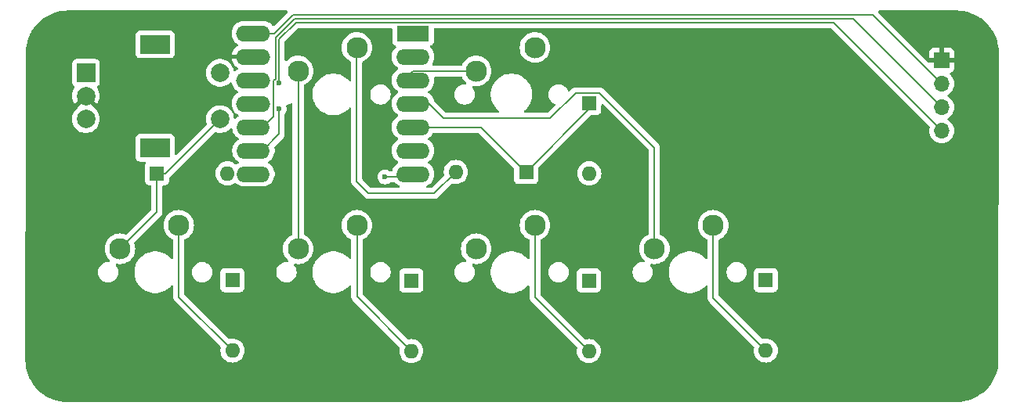
<source format=gbr>
%TF.GenerationSoftware,KiCad,Pcbnew,8.0.6*%
%TF.CreationDate,2024-10-22T23:25:27+01:00*%
%TF.ProjectId,hello22,68656c6c-6f32-4322-9e6b-696361645f70,rev?*%
%TF.SameCoordinates,Original*%
%TF.FileFunction,Copper,L1,Top*%
%TF.FilePolarity,Positive*%
%FSLAX46Y46*%
G04 Gerber Fmt 4.6, Leading zero omitted, Abs format (unit mm)*
G04 Created by KiCad (PCBNEW 8.0.6) date 2024-10-22 23:25:27*
%MOMM*%
%LPD*%
G01*
G04 APERTURE LIST*
%TA.AperFunction,ComponentPad*%
%ADD10C,2.300000*%
%TD*%
%TA.AperFunction,ComponentPad*%
%ADD11R,2.000000X2.000000*%
%TD*%
%TA.AperFunction,ComponentPad*%
%ADD12C,2.000000*%
%TD*%
%TA.AperFunction,ComponentPad*%
%ADD13R,3.200000X2.000000*%
%TD*%
%TA.AperFunction,ComponentPad*%
%ADD14R,1.600000X1.600000*%
%TD*%
%TA.AperFunction,ComponentPad*%
%ADD15O,1.600000X1.600000*%
%TD*%
%TA.AperFunction,ComponentPad*%
%ADD16R,3.500000X1.700000*%
%TD*%
%TA.AperFunction,ComponentPad*%
%ADD17O,3.600000X1.700000*%
%TD*%
%TA.AperFunction,ComponentPad*%
%ADD18O,3.700000X1.700000*%
%TD*%
%TA.AperFunction,ComponentPad*%
%ADD19R,1.700000X1.700000*%
%TD*%
%TA.AperFunction,ComponentPad*%
%ADD20O,1.700000X1.700000*%
%TD*%
%TA.AperFunction,ViaPad*%
%ADD21C,0.600000*%
%TD*%
%TA.AperFunction,Conductor*%
%ADD22C,0.200000*%
%TD*%
G04 APERTURE END LIST*
D10*
%TO.P,SW4,1,1*%
%TO.N,Col 3*%
X102065000Y-103335000D03*
%TO.P,SW4,2,2*%
%TO.N,Net-(D7-A)*%
X108415000Y-100795000D03*
%TD*%
%TO.P,SW6,1,1*%
%TO.N,Col 3*%
X102065000Y-122585000D03*
%TO.P,SW6,2,2*%
%TO.N,Net-(D8-A)*%
X108415000Y-120045000D03*
%TD*%
D11*
%TO.P,SW5,A,A*%
%TO.N,Encoder A*%
X59875000Y-103550000D03*
D12*
%TO.P,SW5,B,B*%
%TO.N,Encoder B*%
X59875000Y-108550000D03*
%TO.P,SW5,C,C*%
%TO.N,GND*%
X59875000Y-106050000D03*
D13*
%TO.P,SW5,MP*%
%TO.N,N/C*%
X67375000Y-100450000D03*
X67375000Y-111650000D03*
D12*
%TO.P,SW5,S1,S1*%
%TO.N,Col 1*%
X74375000Y-108550000D03*
%TO.P,SW5,S2,S2*%
%TO.N,Encoder S2*%
X74375000Y-103550000D03*
%TD*%
D14*
%TO.P,D2,1,K*%
%TO.N,Col 1*%
X67564000Y-114427000D03*
D15*
%TO.P,D2,2,A*%
%TO.N,Encoder S2*%
X75184000Y-114427000D03*
%TD*%
D10*
%TO.P,SW3,1,1*%
%TO.N,Col 2*%
X82815000Y-122585000D03*
%TO.P,SW3,2,2*%
%TO.N,Net-(D6-A)*%
X89165000Y-120045000D03*
%TD*%
%TO.P,SW1,1,1*%
%TO.N,Col 1*%
X63565000Y-122585000D03*
%TO.P,SW1,2,2*%
%TO.N,Net-(D1-A)*%
X69915000Y-120045000D03*
%TD*%
D14*
%TO.P,D6,1,K*%
%TO.N,Row 2*%
X95046800Y-126034800D03*
D15*
%TO.P,D6,2,A*%
%TO.N,Net-(D6-A)*%
X95046800Y-133654800D03*
%TD*%
D14*
%TO.P,D8,1,K*%
%TO.N,Row 2*%
X114223800Y-126034800D03*
D15*
%TO.P,D8,2,A*%
%TO.N,Net-(D8-A)*%
X114223800Y-133654800D03*
%TD*%
D14*
%TO.P,D9,1,K*%
%TO.N,Row 2*%
X133350000Y-125984000D03*
D15*
%TO.P,D9,2,A*%
%TO.N,Net-(D9-A)*%
X133350000Y-133604000D03*
%TD*%
D10*
%TO.P,SW2,1,1*%
%TO.N,Col 2*%
X82815000Y-103335000D03*
%TO.P,SW2,2,2*%
%TO.N,Net-(D5-A)*%
X89165000Y-100795000D03*
%TD*%
D14*
%TO.P,D7,1,K*%
%TO.N,Col 1*%
X114274600Y-106807000D03*
D15*
%TO.P,D7,2,A*%
%TO.N,Net-(D7-A)*%
X114274600Y-114427000D03*
%TD*%
D14*
%TO.P,D5,1,K*%
%TO.N,Col 1*%
X107467400Y-114274600D03*
D15*
%TO.P,D5,2,A*%
%TO.N,Net-(D5-A)*%
X99847400Y-114274600D03*
%TD*%
D10*
%TO.P,SW7,1,1*%
%TO.N,Col 4*%
X121315000Y-122585000D03*
%TO.P,SW7,2,2*%
%TO.N,Net-(D9-A)*%
X127665000Y-120045000D03*
%TD*%
D14*
%TO.P,D1,1,K*%
%TO.N,Row 2*%
X75717400Y-125984000D03*
D15*
%TO.P,D1,2,A*%
%TO.N,Net-(D1-A)*%
X75717400Y-133604000D03*
%TD*%
D16*
%TO.P,U1,1,PA02_A0_D0*%
%TO.N,Col 1*%
X95234000Y-99263200D03*
D17*
%TO.P,U1,2,PA4_A1_D1*%
%TO.N,Col 2*%
X95234000Y-101803200D03*
%TO.P,U1,3,PA10_A2_D2*%
%TO.N,Col 3*%
X95234000Y-104343200D03*
%TO.P,U1,4,PA11_A3_D3*%
%TO.N,Col 4*%
X95234000Y-106883200D03*
%TO.P,U1,5,PA8_A4_D4_SDA*%
%TO.N,Col 1*%
X95234000Y-109423200D03*
%TO.P,U1,6,PA9_A5_D5_SCL*%
%TO.N,Row 2*%
X95234000Y-111963200D03*
%TO.P,U1,7,PB08_A6_D6_TX*%
%TO.N,Encoder A*%
X95234000Y-114503200D03*
%TO.P,U1,8,PB09_A7_D7_RX*%
%TO.N,Encoder B*%
X77984000Y-114503200D03*
%TO.P,U1,9,PA7_A8_D8_SCK*%
%TO.N,OLED SDA*%
X77984000Y-111963200D03*
%TO.P,U1,10,PA5_A9_D9_MISO*%
%TO.N,OLED SCL*%
X77984000Y-109423200D03*
D18*
%TO.P,U1,11,PA6_A10_D10_MOSI*%
%TO.N,unconnected-(U1-PA6_A10_D10_MOSI-Pad11)*%
X77984000Y-106883200D03*
%TO.P,U1,12,3V3*%
%TO.N,unconnected-(U1-3V3-Pad12)*%
X77984000Y-104343200D03*
%TO.P,U1,13,GND*%
%TO.N,GND*%
X77984000Y-101803200D03*
%TO.P,U1,14,5V*%
%TO.N,VCC*%
X77984000Y-99263200D03*
%TD*%
D19*
%TO.P,U2,1,GND*%
%TO.N,GND*%
X152365000Y-102180000D03*
D20*
%TO.P,U2,2,VCC_IN*%
%TO.N,VCC*%
X152365000Y-104720000D03*
%TO.P,U2,3,SCL*%
%TO.N,OLED SCL*%
X152365000Y-107260000D03*
%TO.P,U2,4,SDA*%
%TO.N,OLED SDA*%
X152365000Y-109800000D03*
%TD*%
D21*
%TO.N,Encoder A*%
X92202000Y-114808000D03*
%TO.N,OLED SDA*%
X80772000Y-107442000D03*
X80772000Y-104648000D03*
%TD*%
D22*
%TO.N,Net-(D1-A)*%
X69915000Y-120045000D02*
X69915000Y-127801600D01*
X69915000Y-127801600D02*
X75717400Y-133604000D01*
%TO.N,Col 1*%
X114274600Y-106807000D02*
X114274600Y-107467400D01*
X114274600Y-107467400D02*
X107467400Y-114274600D01*
X107416600Y-114274600D02*
X102565200Y-109423200D01*
X68498000Y-114427000D02*
X67564000Y-114427000D01*
X74375000Y-108550000D02*
X68498000Y-114427000D01*
X102565200Y-109423200D02*
X94234000Y-109423200D01*
X107467400Y-114274600D02*
X107416600Y-114274600D01*
X67564000Y-114427000D02*
X67564000Y-118586000D01*
X67564000Y-118586000D02*
X63565000Y-122585000D01*
%TO.N,Net-(D5-A)*%
X89154000Y-115316000D02*
X90424000Y-116586000D01*
X89165000Y-100795000D02*
X89154000Y-100806000D01*
X90424000Y-116586000D02*
X97536000Y-116586000D01*
X89154000Y-100806000D02*
X89154000Y-115316000D01*
X97536000Y-116586000D02*
X99847400Y-114274600D01*
%TO.N,Net-(D6-A)*%
X89165000Y-120045000D02*
X89165000Y-127773000D01*
X89165000Y-127773000D02*
X95046800Y-133654800D01*
%TO.N,Net-(D8-A)*%
X108415000Y-127846000D02*
X114223800Y-133654800D01*
X108415000Y-120045000D02*
X108415000Y-127846000D01*
%TO.N,Net-(D9-A)*%
X133350000Y-133604000D02*
X127665000Y-127919000D01*
X127665000Y-127919000D02*
X127665000Y-120045000D01*
%TO.N,Col 2*%
X82815000Y-103335000D02*
X82815000Y-122585000D01*
%TO.N,Col 3*%
X95242200Y-103335000D02*
X102065000Y-103335000D01*
X94234000Y-104343200D02*
X95242200Y-103335000D01*
%TO.N,Encoder A*%
X93929200Y-114808000D02*
X94234000Y-114503200D01*
X92202000Y-114808000D02*
X93929200Y-114808000D01*
%TO.N,Col 4*%
X115374600Y-105707000D02*
X112821329Y-105707000D01*
X121315000Y-122585000D02*
X121315000Y-111647400D01*
X110070329Y-108458000D02*
X98552000Y-108458000D01*
X98552000Y-108458000D02*
X96977200Y-106883200D01*
X112821329Y-105707000D02*
X110070329Y-108458000D01*
X96977200Y-106883200D02*
X94234000Y-106883200D01*
X121315000Y-111647400D02*
X115374600Y-105707000D01*
%TO.N,VCC*%
X82238314Y-97282000D02*
X80257114Y-99263200D01*
X80257114Y-99263200D02*
X78984000Y-99263200D01*
X144927000Y-97282000D02*
X82238314Y-97282000D01*
X152365000Y-104720000D02*
X144927000Y-97282000D01*
%TO.N,OLED SDA*%
X140647000Y-98082000D02*
X82569686Y-98082000D01*
X80772000Y-99879686D02*
X80772000Y-104648000D01*
X80772000Y-110175200D02*
X78984000Y-111963200D01*
X152365000Y-109800000D02*
X140647000Y-98082000D01*
X82569686Y-98082000D02*
X80772000Y-99879686D01*
X80772000Y-107442000D02*
X80772000Y-110175200D01*
%TO.N,OLED SCL*%
X142787000Y-97682000D02*
X82404000Y-97682000D01*
X80172000Y-108235200D02*
X78984000Y-109423200D01*
X82404000Y-97682000D02*
X80372000Y-99714000D01*
X80172000Y-104399471D02*
X80172000Y-108235200D01*
X152365000Y-107260000D02*
X142787000Y-97682000D01*
X80372000Y-104199471D02*
X80172000Y-104399471D01*
X80372000Y-99714000D02*
X80372000Y-104199471D01*
%TD*%
%TA.AperFunction,Conductor*%
%TO.N,GND*%
G36*
X81636153Y-96822287D02*
G01*
X81681908Y-96875091D01*
X81691852Y-96944249D01*
X81662827Y-97007805D01*
X81656795Y-97014283D01*
X80231884Y-98439193D01*
X80170561Y-98472678D01*
X80100869Y-98467694D01*
X80044936Y-98425822D01*
X80043885Y-98424397D01*
X80014109Y-98383414D01*
X80014105Y-98383409D01*
X79863786Y-98233090D01*
X79691820Y-98108151D01*
X79502414Y-98011644D01*
X79502413Y-98011643D01*
X79502412Y-98011643D01*
X79300243Y-97945954D01*
X79300241Y-97945953D01*
X79300240Y-97945953D01*
X79138957Y-97920408D01*
X79090287Y-97912700D01*
X76877713Y-97912700D01*
X76829042Y-97920408D01*
X76667760Y-97945953D01*
X76465585Y-98011644D01*
X76276179Y-98108151D01*
X76104213Y-98233090D01*
X75953890Y-98383413D01*
X75828951Y-98555379D01*
X75732444Y-98744785D01*
X75732443Y-98744787D01*
X75732443Y-98744788D01*
X75728992Y-98755408D01*
X75666753Y-98946960D01*
X75633500Y-99156913D01*
X75633500Y-99369486D01*
X75666753Y-99579439D01*
X75732444Y-99781614D01*
X75828951Y-99971020D01*
X75953890Y-100142986D01*
X76104213Y-100293309D01*
X76276179Y-100418248D01*
X76276181Y-100418249D01*
X76276184Y-100418251D01*
X76285493Y-100422994D01*
X76336290Y-100470966D01*
X76353087Y-100538787D01*
X76330552Y-100604922D01*
X76285502Y-100643962D01*
X76276443Y-100648578D01*
X76104540Y-100773472D01*
X76104535Y-100773476D01*
X75954276Y-100923735D01*
X75954272Y-100923740D01*
X75829379Y-101095642D01*
X75732904Y-101284982D01*
X75667242Y-101487070D01*
X75667242Y-101487073D01*
X75656769Y-101553200D01*
X78110000Y-101553200D01*
X78177039Y-101572885D01*
X78222794Y-101625689D01*
X78234000Y-101677200D01*
X78234000Y-101929200D01*
X78214315Y-101996239D01*
X78161511Y-102041994D01*
X78110000Y-102053200D01*
X75656769Y-102053200D01*
X75667242Y-102119326D01*
X75667242Y-102119329D01*
X75732904Y-102321417D01*
X75829379Y-102510757D01*
X75954272Y-102682659D01*
X75954276Y-102682664D01*
X76104535Y-102832923D01*
X76104540Y-102832927D01*
X76276444Y-102957822D01*
X76285495Y-102962434D01*
X76336292Y-103010408D01*
X76353087Y-103078229D01*
X76330550Y-103144364D01*
X76285499Y-103183402D01*
X76276182Y-103188149D01*
X76104213Y-103313090D01*
X76065951Y-103351352D01*
X76004628Y-103384837D01*
X75934936Y-103379851D01*
X75879003Y-103337979D01*
X75858065Y-103294110D01*
X75799063Y-103061118D01*
X75699173Y-102833393D01*
X75563166Y-102625217D01*
X75533373Y-102592853D01*
X75394744Y-102442262D01*
X75198509Y-102289526D01*
X75198507Y-102289525D01*
X75198506Y-102289524D01*
X74979811Y-102171172D01*
X74979802Y-102171169D01*
X74744616Y-102090429D01*
X74499335Y-102049500D01*
X74250665Y-102049500D01*
X74005383Y-102090429D01*
X73770197Y-102171169D01*
X73770188Y-102171172D01*
X73551493Y-102289524D01*
X73355257Y-102442261D01*
X73186833Y-102625217D01*
X73050826Y-102833393D01*
X72950936Y-103061118D01*
X72889892Y-103302175D01*
X72889890Y-103302187D01*
X72869357Y-103549994D01*
X72869357Y-103550005D01*
X72889890Y-103797812D01*
X72889892Y-103797824D01*
X72950936Y-104038881D01*
X73050826Y-104266606D01*
X73186833Y-104474782D01*
X73215284Y-104505688D01*
X73355256Y-104657738D01*
X73551491Y-104810474D01*
X73770190Y-104928828D01*
X74005386Y-105009571D01*
X74250665Y-105050500D01*
X74499335Y-105050500D01*
X74744614Y-105009571D01*
X74979810Y-104928828D01*
X75198509Y-104810474D01*
X75394744Y-104657738D01*
X75452991Y-104594464D01*
X75512874Y-104558476D01*
X75582712Y-104560575D01*
X75640329Y-104600099D01*
X75664835Y-104654890D01*
X75665616Y-104654703D01*
X75666617Y-104658874D01*
X75666689Y-104659034D01*
X75666754Y-104659443D01*
X75730064Y-104854291D01*
X75732444Y-104861614D01*
X75828951Y-105051020D01*
X75953890Y-105222986D01*
X76104213Y-105373309D01*
X76276182Y-105498250D01*
X76284946Y-105502716D01*
X76335742Y-105550691D01*
X76352536Y-105618512D01*
X76329998Y-105684647D01*
X76284946Y-105723684D01*
X76276182Y-105728149D01*
X76104213Y-105853090D01*
X75953890Y-106003413D01*
X75828951Y-106175379D01*
X75732444Y-106364785D01*
X75666753Y-106566960D01*
X75633500Y-106776913D01*
X75633500Y-106989486D01*
X75657553Y-107141354D01*
X75666754Y-107199443D01*
X75718276Y-107358012D01*
X75732444Y-107401614D01*
X75803244Y-107540567D01*
X75816140Y-107609236D01*
X75798766Y-107652041D01*
X75833092Y-107649715D01*
X75894290Y-107683428D01*
X75906601Y-107697897D01*
X75953890Y-107762985D01*
X75953894Y-107762990D01*
X76104213Y-107913309D01*
X76276182Y-108038250D01*
X76311268Y-108056127D01*
X76362064Y-108104100D01*
X76378860Y-108171921D01*
X76356323Y-108238056D01*
X76327859Y-108266930D01*
X76154215Y-108393089D01*
X76078735Y-108468569D01*
X76017411Y-108502053D01*
X75947720Y-108497068D01*
X75891786Y-108455197D01*
X75867478Y-108391130D01*
X75860108Y-108302179D01*
X75840474Y-108224647D01*
X75799063Y-108061118D01*
X75706164Y-107849331D01*
X75699173Y-107833393D01*
X75699169Y-107833387D01*
X75697230Y-107829803D01*
X75682633Y-107761475D01*
X75699922Y-107715641D01*
X75662952Y-107717226D01*
X75602610Y-107682004D01*
X75588950Y-107664683D01*
X75563166Y-107625217D01*
X75531682Y-107591016D01*
X75394744Y-107442262D01*
X75198509Y-107289526D01*
X75198507Y-107289525D01*
X75198506Y-107289524D01*
X74979811Y-107171172D01*
X74979802Y-107171169D01*
X74744616Y-107090429D01*
X74499335Y-107049500D01*
X74250665Y-107049500D01*
X74005383Y-107090429D01*
X73770197Y-107171169D01*
X73770188Y-107171172D01*
X73551493Y-107289524D01*
X73355257Y-107442261D01*
X73186833Y-107625217D01*
X73050826Y-107833393D01*
X72950936Y-108061118D01*
X72889892Y-108302175D01*
X72889890Y-108302187D01*
X72869357Y-108549994D01*
X72869357Y-108550005D01*
X72889890Y-108797812D01*
X72889892Y-108797824D01*
X72951007Y-109039160D01*
X72948382Y-109108980D01*
X72918482Y-109157281D01*
X69687180Y-112388584D01*
X69625857Y-112422069D01*
X69556165Y-112417085D01*
X69500232Y-112375213D01*
X69475815Y-112309749D01*
X69475499Y-112300903D01*
X69475499Y-110602129D01*
X69475498Y-110602123D01*
X69475497Y-110602116D01*
X69470299Y-110553757D01*
X69469091Y-110542516D01*
X69418797Y-110407670D01*
X69418793Y-110407664D01*
X69332547Y-110292455D01*
X69332544Y-110292452D01*
X69217335Y-110206206D01*
X69217328Y-110206202D01*
X69082482Y-110155908D01*
X69082483Y-110155908D01*
X69022883Y-110149501D01*
X69022881Y-110149500D01*
X69022873Y-110149500D01*
X69022864Y-110149500D01*
X65727129Y-110149500D01*
X65727123Y-110149501D01*
X65667516Y-110155908D01*
X65532671Y-110206202D01*
X65532664Y-110206206D01*
X65417455Y-110292452D01*
X65417452Y-110292455D01*
X65331206Y-110407664D01*
X65331203Y-110407670D01*
X65280908Y-110542517D01*
X65277067Y-110578248D01*
X65274501Y-110602123D01*
X65274500Y-110602135D01*
X65274500Y-112697870D01*
X65274501Y-112697876D01*
X65280908Y-112757483D01*
X65331202Y-112892328D01*
X65331206Y-112892335D01*
X65417452Y-113007544D01*
X65417455Y-113007547D01*
X65532664Y-113093793D01*
X65532671Y-113093797D01*
X65667517Y-113144091D01*
X65667516Y-113144091D01*
X65674444Y-113144835D01*
X65727127Y-113150500D01*
X66247782Y-113150499D01*
X66314820Y-113170183D01*
X66360575Y-113222987D01*
X66370519Y-113292146D01*
X66347048Y-113348810D01*
X66320204Y-113384668D01*
X66320202Y-113384671D01*
X66269908Y-113519517D01*
X66263501Y-113579116D01*
X66263500Y-113579135D01*
X66263500Y-115274870D01*
X66263501Y-115274876D01*
X66269908Y-115334483D01*
X66320202Y-115469328D01*
X66320206Y-115469335D01*
X66406452Y-115584544D01*
X66406455Y-115584547D01*
X66521664Y-115670793D01*
X66521671Y-115670797D01*
X66558985Y-115684714D01*
X66656517Y-115721091D01*
X66716127Y-115727500D01*
X66839500Y-115727499D01*
X66906539Y-115747183D01*
X66952294Y-115799987D01*
X66963500Y-115851499D01*
X66963500Y-118285902D01*
X66943815Y-118352941D01*
X66927181Y-118373583D01*
X64286325Y-121014439D01*
X64225002Y-121047924D01*
X64155310Y-121042940D01*
X64151191Y-121041319D01*
X64076610Y-121010426D01*
X63823990Y-120949778D01*
X63823991Y-120949778D01*
X63565000Y-120929396D01*
X63306009Y-120949778D01*
X63053389Y-121010427D01*
X62813376Y-121109843D01*
X62591859Y-121245588D01*
X62394311Y-121414311D01*
X62225588Y-121611859D01*
X62089843Y-121833376D01*
X61990427Y-122073389D01*
X61929778Y-122326009D01*
X61909396Y-122585000D01*
X61929778Y-122843990D01*
X61990427Y-123096610D01*
X62089843Y-123336623D01*
X62089845Y-123336627D01*
X62089846Y-123336628D01*
X62225588Y-123558140D01*
X62394311Y-123755689D01*
X62452410Y-123805310D01*
X62490603Y-123863817D01*
X62491101Y-123933685D01*
X62453748Y-123992731D01*
X62390401Y-124022209D01*
X62371878Y-124023600D01*
X62208313Y-124023600D01*
X62037086Y-124050720D01*
X61872211Y-124104290D01*
X61872208Y-124104291D01*
X61717739Y-124182998D01*
X61638454Y-124240603D01*
X61577486Y-124284899D01*
X61577484Y-124284901D01*
X61577483Y-124284901D01*
X61454901Y-124407483D01*
X61454901Y-124407484D01*
X61454899Y-124407486D01*
X61411136Y-124467719D01*
X61352998Y-124547739D01*
X61274291Y-124702208D01*
X61274290Y-124702211D01*
X61220720Y-124867086D01*
X61193600Y-125038312D01*
X61193600Y-125211687D01*
X61220720Y-125382913D01*
X61274290Y-125547788D01*
X61274291Y-125547791D01*
X61352998Y-125702260D01*
X61454899Y-125842514D01*
X61577486Y-125965101D01*
X61717740Y-126067002D01*
X61793502Y-126105604D01*
X61872208Y-126145708D01*
X61872211Y-126145709D01*
X61954648Y-126172494D01*
X62037088Y-126199280D01*
X62116391Y-126211840D01*
X62208313Y-126226400D01*
X62208318Y-126226400D01*
X62381687Y-126226400D01*
X62464695Y-126213252D01*
X62552912Y-126199280D01*
X62717791Y-126145708D01*
X62872260Y-126067002D01*
X63012514Y-125965101D01*
X63135101Y-125842514D01*
X63237002Y-125702260D01*
X63315708Y-125547791D01*
X63369280Y-125382912D01*
X63386831Y-125272099D01*
X63396400Y-125211687D01*
X63396400Y-125038312D01*
X63386831Y-124977900D01*
X65130600Y-124977900D01*
X65130600Y-125272099D01*
X65130601Y-125272116D01*
X65169001Y-125563796D01*
X65245152Y-125847994D01*
X65357734Y-126119794D01*
X65357742Y-126119810D01*
X65504840Y-126374589D01*
X65504851Y-126374605D01*
X65683948Y-126608009D01*
X65683954Y-126608016D01*
X65891983Y-126816045D01*
X65891990Y-126816051D01*
X65978827Y-126882683D01*
X66125403Y-126995155D01*
X66125410Y-126995159D01*
X66380189Y-127142257D01*
X66380205Y-127142265D01*
X66652005Y-127254847D01*
X66652007Y-127254847D01*
X66652013Y-127254850D01*
X66936200Y-127330998D01*
X67227894Y-127369400D01*
X67227901Y-127369400D01*
X67522099Y-127369400D01*
X67522106Y-127369400D01*
X67813800Y-127330998D01*
X68097987Y-127254850D01*
X68248891Y-127192344D01*
X68369794Y-127142265D01*
X68369797Y-127142263D01*
X68369803Y-127142261D01*
X68624597Y-126995155D01*
X68858011Y-126816050D01*
X69066050Y-126608011D01*
X69092124Y-126574031D01*
X69148551Y-126532828D01*
X69218297Y-126528673D01*
X69279218Y-126562885D01*
X69311971Y-126624602D01*
X69314500Y-126649517D01*
X69314500Y-127714930D01*
X69314499Y-127714948D01*
X69314499Y-127880654D01*
X69314498Y-127880654D01*
X69355424Y-128033389D01*
X69355425Y-128033390D01*
X69381056Y-128077783D01*
X69381057Y-128077784D01*
X69423204Y-128150785D01*
X69434479Y-128170314D01*
X69434481Y-128170317D01*
X69553349Y-128289185D01*
X69553355Y-128289190D01*
X74425458Y-133161294D01*
X74458943Y-133222617D01*
X74457552Y-133281068D01*
X74431766Y-133377302D01*
X74431764Y-133377313D01*
X74411932Y-133603998D01*
X74411932Y-133604001D01*
X74431764Y-133830686D01*
X74431766Y-133830697D01*
X74490658Y-134050488D01*
X74490661Y-134050497D01*
X74586831Y-134256732D01*
X74586832Y-134256734D01*
X74717354Y-134443141D01*
X74878258Y-134604045D01*
X74878261Y-134604047D01*
X75064666Y-134734568D01*
X75270904Y-134830739D01*
X75270909Y-134830740D01*
X75270911Y-134830741D01*
X75323815Y-134844916D01*
X75490708Y-134889635D01*
X75652630Y-134903801D01*
X75717398Y-134909468D01*
X75717400Y-134909468D01*
X75717402Y-134909468D01*
X75774073Y-134904509D01*
X75944092Y-134889635D01*
X76163896Y-134830739D01*
X76370134Y-134734568D01*
X76556539Y-134604047D01*
X76717447Y-134443139D01*
X76847968Y-134256734D01*
X76944139Y-134050496D01*
X77003035Y-133830692D01*
X77022868Y-133604000D01*
X77003035Y-133377308D01*
X76944139Y-133157504D01*
X76847968Y-132951266D01*
X76717447Y-132764861D01*
X76717445Y-132764858D01*
X76556541Y-132603954D01*
X76370134Y-132473432D01*
X76370132Y-132473431D01*
X76163897Y-132377261D01*
X76163888Y-132377258D01*
X75944097Y-132318366D01*
X75944093Y-132318365D01*
X75944092Y-132318365D01*
X75944091Y-132318364D01*
X75944086Y-132318364D01*
X75717402Y-132298532D01*
X75717398Y-132298532D01*
X75490713Y-132318364D01*
X75490702Y-132318366D01*
X75394468Y-132344152D01*
X75324618Y-132342489D01*
X75274694Y-132312058D01*
X70551819Y-127589183D01*
X70518334Y-127527860D01*
X70515500Y-127501502D01*
X70515500Y-125038312D01*
X71353600Y-125038312D01*
X71353600Y-125211687D01*
X71380720Y-125382913D01*
X71434290Y-125547788D01*
X71434291Y-125547791D01*
X71512998Y-125702260D01*
X71614899Y-125842514D01*
X71737486Y-125965101D01*
X71877740Y-126067002D01*
X71953502Y-126105604D01*
X72032208Y-126145708D01*
X72032211Y-126145709D01*
X72114648Y-126172494D01*
X72197088Y-126199280D01*
X72276391Y-126211840D01*
X72368313Y-126226400D01*
X72368318Y-126226400D01*
X72541687Y-126226400D01*
X72624695Y-126213252D01*
X72712912Y-126199280D01*
X72877791Y-126145708D01*
X73032260Y-126067002D01*
X73172514Y-125965101D01*
X73295101Y-125842514D01*
X73397002Y-125702260D01*
X73475708Y-125547791D01*
X73529280Y-125382912D01*
X73546831Y-125272099D01*
X73556400Y-125211687D01*
X73556400Y-125136135D01*
X74416900Y-125136135D01*
X74416900Y-126831870D01*
X74416901Y-126831876D01*
X74423308Y-126891483D01*
X74473602Y-127026328D01*
X74473606Y-127026335D01*
X74559852Y-127141544D01*
X74559855Y-127141547D01*
X74675064Y-127227793D01*
X74675071Y-127227797D01*
X74809917Y-127278091D01*
X74809916Y-127278091D01*
X74814586Y-127278593D01*
X74869527Y-127284500D01*
X76565272Y-127284499D01*
X76624883Y-127278091D01*
X76759731Y-127227796D01*
X76874946Y-127141546D01*
X76961196Y-127026331D01*
X77011491Y-126891483D01*
X77017900Y-126831873D01*
X77017899Y-125136128D01*
X77011491Y-125076517D01*
X76997241Y-125038312D01*
X76961197Y-124941671D01*
X76961193Y-124941664D01*
X76874947Y-124826455D01*
X76874944Y-124826452D01*
X76759735Y-124740206D01*
X76759728Y-124740202D01*
X76624882Y-124689908D01*
X76624883Y-124689908D01*
X76565283Y-124683501D01*
X76565281Y-124683500D01*
X76565273Y-124683500D01*
X76565264Y-124683500D01*
X74869529Y-124683500D01*
X74869523Y-124683501D01*
X74809916Y-124689908D01*
X74675071Y-124740202D01*
X74675064Y-124740206D01*
X74559855Y-124826452D01*
X74559852Y-124826455D01*
X74473606Y-124941664D01*
X74473602Y-124941671D01*
X74423308Y-125076517D01*
X74417847Y-125127316D01*
X74416901Y-125136123D01*
X74416900Y-125136135D01*
X73556400Y-125136135D01*
X73556400Y-125038312D01*
X73530890Y-124877254D01*
X73529280Y-124867088D01*
X73475708Y-124702209D01*
X73475708Y-124702208D01*
X73397001Y-124547739D01*
X73295101Y-124407486D01*
X73172514Y-124284899D01*
X73032260Y-124182998D01*
X72986286Y-124159573D01*
X72877791Y-124104291D01*
X72877788Y-124104290D01*
X72712913Y-124050720D01*
X72541687Y-124023600D01*
X72541682Y-124023600D01*
X72368318Y-124023600D01*
X72368313Y-124023600D01*
X72197086Y-124050720D01*
X72032211Y-124104290D01*
X72032208Y-124104291D01*
X71877739Y-124182998D01*
X71798454Y-124240603D01*
X71737486Y-124284899D01*
X71737484Y-124284901D01*
X71737483Y-124284901D01*
X71614901Y-124407483D01*
X71614901Y-124407484D01*
X71614899Y-124407486D01*
X71571136Y-124467719D01*
X71512998Y-124547739D01*
X71434291Y-124702208D01*
X71434290Y-124702211D01*
X71380720Y-124867086D01*
X71353600Y-125038312D01*
X70515500Y-125038312D01*
X70515500Y-121665607D01*
X70535185Y-121598568D01*
X70587989Y-121552813D01*
X70592048Y-121551046D01*
X70666621Y-121520157D01*
X70666621Y-121520156D01*
X70666628Y-121520154D01*
X70888140Y-121384412D01*
X71085689Y-121215689D01*
X71254412Y-121018140D01*
X71390154Y-120796628D01*
X71489573Y-120556610D01*
X71550221Y-120303994D01*
X71570604Y-120045000D01*
X71550221Y-119786006D01*
X71489573Y-119533390D01*
X71390154Y-119293372D01*
X71254412Y-119071860D01*
X71085689Y-118874311D01*
X70888140Y-118705588D01*
X70666628Y-118569846D01*
X70666627Y-118569845D01*
X70666623Y-118569843D01*
X70496388Y-118499330D01*
X70426610Y-118470427D01*
X70426611Y-118470427D01*
X70288921Y-118437370D01*
X70173994Y-118409779D01*
X70173992Y-118409778D01*
X70173991Y-118409778D01*
X69915000Y-118389396D01*
X69656009Y-118409778D01*
X69403389Y-118470427D01*
X69163376Y-118569843D01*
X68941859Y-118705588D01*
X68744311Y-118874311D01*
X68575588Y-119071859D01*
X68439843Y-119293376D01*
X68340427Y-119533389D01*
X68279778Y-119786009D01*
X68259396Y-120045000D01*
X68279778Y-120303990D01*
X68340427Y-120556610D01*
X68439843Y-120796623D01*
X68439845Y-120796627D01*
X68439846Y-120796628D01*
X68575588Y-121018140D01*
X68744311Y-121215689D01*
X68941860Y-121384412D01*
X69163372Y-121520154D01*
X69163375Y-121520155D01*
X69163378Y-121520157D01*
X69237952Y-121551046D01*
X69292356Y-121594886D01*
X69314421Y-121661180D01*
X69314500Y-121665607D01*
X69314500Y-123600482D01*
X69294815Y-123667521D01*
X69242011Y-123713276D01*
X69172853Y-123723220D01*
X69109297Y-123694195D01*
X69092125Y-123675969D01*
X69066054Y-123641993D01*
X69066045Y-123641983D01*
X68858016Y-123433954D01*
X68858009Y-123433948D01*
X68624605Y-123254851D01*
X68624603Y-123254849D01*
X68624597Y-123254845D01*
X68624592Y-123254842D01*
X68624589Y-123254840D01*
X68369810Y-123107742D01*
X68369794Y-123107734D01*
X68097994Y-122995152D01*
X67813796Y-122919001D01*
X67522116Y-122880601D01*
X67522111Y-122880600D01*
X67522106Y-122880600D01*
X67227894Y-122880600D01*
X67227888Y-122880600D01*
X67227883Y-122880601D01*
X66936203Y-122919001D01*
X66652005Y-122995152D01*
X66380205Y-123107734D01*
X66380189Y-123107742D01*
X66125410Y-123254840D01*
X66125394Y-123254851D01*
X65891990Y-123433948D01*
X65891983Y-123433954D01*
X65683954Y-123641983D01*
X65683948Y-123641990D01*
X65504851Y-123875394D01*
X65504840Y-123875410D01*
X65357742Y-124130189D01*
X65357734Y-124130205D01*
X65245152Y-124402005D01*
X65169001Y-124686203D01*
X65130601Y-124977883D01*
X65130600Y-124977900D01*
X63386831Y-124977900D01*
X63370890Y-124877254D01*
X63369280Y-124867088D01*
X63315708Y-124702209D01*
X63315708Y-124702208D01*
X63237001Y-124547739D01*
X63135101Y-124407486D01*
X63135098Y-124407483D01*
X63132237Y-124403545D01*
X63133985Y-124402274D01*
X63109102Y-124346721D01*
X63119549Y-124277637D01*
X63165687Y-124225167D01*
X63232868Y-124205971D01*
X63260902Y-124209392D01*
X63306006Y-124220221D01*
X63565000Y-124240604D01*
X63823994Y-124220221D01*
X64076610Y-124159573D01*
X64316628Y-124060154D01*
X64538140Y-123924412D01*
X64735689Y-123755689D01*
X64904412Y-123558140D01*
X65040154Y-123336628D01*
X65139573Y-123096610D01*
X65200221Y-122843994D01*
X65220604Y-122585000D01*
X65200221Y-122326006D01*
X65139573Y-122073390D01*
X65108678Y-121998804D01*
X65101210Y-121929339D01*
X65132484Y-121866860D01*
X65135531Y-121863702D01*
X67932713Y-119066521D01*
X67932716Y-119066520D01*
X68044520Y-118954716D01*
X68094639Y-118867904D01*
X68123577Y-118817785D01*
X68164501Y-118665057D01*
X68164501Y-118506943D01*
X68164501Y-118499348D01*
X68164500Y-118499330D01*
X68164500Y-115851499D01*
X68184185Y-115784460D01*
X68236989Y-115738705D01*
X68288500Y-115727499D01*
X68411871Y-115727499D01*
X68411872Y-115727499D01*
X68471483Y-115721091D01*
X68606331Y-115670796D01*
X68721546Y-115584546D01*
X68807796Y-115469331D01*
X68858091Y-115334483D01*
X68864500Y-115274873D01*
X68864499Y-114961098D01*
X68884183Y-114894060D01*
X68900818Y-114873418D01*
X68978520Y-114795716D01*
X68978520Y-114795714D01*
X68988724Y-114785511D01*
X68988728Y-114785506D01*
X73771452Y-110002781D01*
X73832773Y-109969298D01*
X73899392Y-109973182D01*
X73971350Y-109997886D01*
X74005385Y-110009571D01*
X74250665Y-110050500D01*
X74499335Y-110050500D01*
X74744614Y-110009571D01*
X74979810Y-109928828D01*
X75198509Y-109810474D01*
X75394744Y-109657738D01*
X75484839Y-109559868D01*
X75544725Y-109523878D01*
X75614563Y-109525978D01*
X75672179Y-109565501D01*
X75698541Y-109624453D01*
X75703812Y-109657735D01*
X75716754Y-109739443D01*
X75778289Y-109928828D01*
X75782444Y-109941614D01*
X75878951Y-110131020D01*
X76003890Y-110302986D01*
X76154213Y-110453309D01*
X76326182Y-110578250D01*
X76334946Y-110582716D01*
X76385742Y-110630691D01*
X76402536Y-110698512D01*
X76379998Y-110764647D01*
X76334946Y-110803684D01*
X76326182Y-110808149D01*
X76154213Y-110933090D01*
X76003890Y-111083413D01*
X75878951Y-111255379D01*
X75782444Y-111444785D01*
X75716753Y-111646960D01*
X75683500Y-111856913D01*
X75683500Y-112069487D01*
X75716754Y-112279443D01*
X75763096Y-112422069D01*
X75782444Y-112481614D01*
X75878951Y-112671020D01*
X76003890Y-112842986D01*
X76154213Y-112993309D01*
X76326182Y-113118250D01*
X76334946Y-113122716D01*
X76385742Y-113170691D01*
X76402536Y-113238512D01*
X76379998Y-113304647D01*
X76334946Y-113343684D01*
X76326187Y-113348147D01*
X76190698Y-113446584D01*
X76124891Y-113470063D01*
X76056837Y-113454237D01*
X76030128Y-113433942D01*
X76023139Y-113426953D01*
X75836734Y-113296432D01*
X75836732Y-113296431D01*
X75630497Y-113200261D01*
X75630488Y-113200258D01*
X75410697Y-113141366D01*
X75410693Y-113141365D01*
X75410692Y-113141365D01*
X75410691Y-113141364D01*
X75410686Y-113141364D01*
X75184002Y-113121532D01*
X75183998Y-113121532D01*
X74957313Y-113141364D01*
X74957302Y-113141366D01*
X74737511Y-113200258D01*
X74737502Y-113200261D01*
X74531267Y-113296431D01*
X74531265Y-113296432D01*
X74344858Y-113426954D01*
X74183954Y-113587858D01*
X74053432Y-113774265D01*
X74053431Y-113774267D01*
X73957261Y-113980502D01*
X73957258Y-113980511D01*
X73898366Y-114200302D01*
X73898364Y-114200313D01*
X73878532Y-114426998D01*
X73878532Y-114427001D01*
X73898364Y-114653686D01*
X73898366Y-114653697D01*
X73957258Y-114873488D01*
X73957261Y-114873497D01*
X74053431Y-115079732D01*
X74053432Y-115079734D01*
X74183954Y-115266141D01*
X74344858Y-115427045D01*
X74355169Y-115434265D01*
X74531266Y-115557568D01*
X74737504Y-115653739D01*
X74957308Y-115712635D01*
X75119230Y-115726801D01*
X75183998Y-115732468D01*
X75184000Y-115732468D01*
X75184002Y-115732468D01*
X75240807Y-115727498D01*
X75410692Y-115712635D01*
X75630496Y-115653739D01*
X75836734Y-115557568D01*
X75952503Y-115476506D01*
X76018707Y-115454180D01*
X76086474Y-115471190D01*
X76111305Y-115490401D01*
X76154213Y-115533309D01*
X76326179Y-115658248D01*
X76326181Y-115658249D01*
X76326184Y-115658251D01*
X76515588Y-115754757D01*
X76717757Y-115820446D01*
X76927713Y-115853700D01*
X76927714Y-115853700D01*
X79040286Y-115853700D01*
X79040287Y-115853700D01*
X79250243Y-115820446D01*
X79452412Y-115754757D01*
X79641816Y-115658251D01*
X79663789Y-115642286D01*
X79813786Y-115533309D01*
X79813788Y-115533306D01*
X79813792Y-115533304D01*
X79964104Y-115382992D01*
X79964106Y-115382988D01*
X79964109Y-115382986D01*
X80089048Y-115211020D01*
X80089047Y-115211020D01*
X80089051Y-115211016D01*
X80185557Y-115021612D01*
X80251246Y-114819443D01*
X80284500Y-114609487D01*
X80284500Y-114396913D01*
X80251246Y-114186957D01*
X80185557Y-113984788D01*
X80089051Y-113795384D01*
X80089049Y-113795381D01*
X80089048Y-113795379D01*
X79964109Y-113623413D01*
X79813786Y-113473090D01*
X79641820Y-113348151D01*
X79641115Y-113347791D01*
X79633054Y-113343685D01*
X79582259Y-113295712D01*
X79565463Y-113227892D01*
X79587999Y-113161756D01*
X79633054Y-113122715D01*
X79641816Y-113118251D01*
X79675480Y-113093793D01*
X79813786Y-112993309D01*
X79813788Y-112993306D01*
X79813792Y-112993304D01*
X79964104Y-112842992D01*
X79964106Y-112842988D01*
X79964109Y-112842986D01*
X80089048Y-112671020D01*
X80089047Y-112671020D01*
X80089051Y-112671016D01*
X80185557Y-112481612D01*
X80251246Y-112279443D01*
X80284500Y-112069487D01*
X80284500Y-111856913D01*
X80251246Y-111646957D01*
X80249769Y-111642414D01*
X80247773Y-111572574D01*
X80280017Y-111516416D01*
X81130506Y-110665928D01*
X81130511Y-110665924D01*
X81140714Y-110655720D01*
X81140716Y-110655720D01*
X81252520Y-110543916D01*
X81331176Y-110407680D01*
X81331182Y-110407670D01*
X81331575Y-110406989D01*
X81331575Y-110406987D01*
X81331577Y-110406985D01*
X81372501Y-110254257D01*
X81372501Y-110096143D01*
X81372501Y-110088548D01*
X81372500Y-110088530D01*
X81372500Y-108024412D01*
X81392185Y-107957373D01*
X81399555Y-107947097D01*
X81401810Y-107944267D01*
X81401816Y-107944262D01*
X81497789Y-107791522D01*
X81557368Y-107621255D01*
X81557369Y-107621249D01*
X81577565Y-107442003D01*
X81577565Y-107441996D01*
X81557369Y-107262750D01*
X81557367Y-107262742D01*
X81514892Y-107141354D01*
X81511331Y-107071576D01*
X81546060Y-107010948D01*
X81608053Y-106978721D01*
X81626840Y-106976895D01*
X81626832Y-106976782D01*
X81631685Y-106976400D01*
X81693471Y-106966613D01*
X81802912Y-106949280D01*
X81967791Y-106895708D01*
X81967801Y-106895703D01*
X82034205Y-106861869D01*
X82102874Y-106848972D01*
X82167614Y-106875248D01*
X82207872Y-106932354D01*
X82214500Y-106972353D01*
X82214500Y-120964391D01*
X82194815Y-121031430D01*
X82142011Y-121077185D01*
X82137954Y-121078951D01*
X82063379Y-121109841D01*
X81841859Y-121245588D01*
X81644311Y-121414311D01*
X81475588Y-121611859D01*
X81339843Y-121833376D01*
X81240427Y-122073389D01*
X81179778Y-122326009D01*
X81159396Y-122585000D01*
X81179778Y-122843990D01*
X81240427Y-123096610D01*
X81339843Y-123336623D01*
X81339845Y-123336627D01*
X81339846Y-123336628D01*
X81475588Y-123558140D01*
X81644311Y-123755689D01*
X81702410Y-123805310D01*
X81740603Y-123863817D01*
X81741101Y-123933685D01*
X81703748Y-123992731D01*
X81640401Y-124022209D01*
X81621878Y-124023600D01*
X81458313Y-124023600D01*
X81287086Y-124050720D01*
X81122211Y-124104290D01*
X81122208Y-124104291D01*
X80967739Y-124182998D01*
X80888454Y-124240603D01*
X80827486Y-124284899D01*
X80827484Y-124284901D01*
X80827483Y-124284901D01*
X80704901Y-124407483D01*
X80704901Y-124407484D01*
X80704899Y-124407486D01*
X80661136Y-124467719D01*
X80602998Y-124547739D01*
X80524291Y-124702208D01*
X80524290Y-124702211D01*
X80470720Y-124867086D01*
X80443600Y-125038312D01*
X80443600Y-125211687D01*
X80470720Y-125382913D01*
X80524290Y-125547788D01*
X80524291Y-125547791D01*
X80602998Y-125702260D01*
X80704899Y-125842514D01*
X80827486Y-125965101D01*
X80967740Y-126067002D01*
X81043502Y-126105604D01*
X81122208Y-126145708D01*
X81122211Y-126145709D01*
X81204648Y-126172494D01*
X81287088Y-126199280D01*
X81366391Y-126211840D01*
X81458313Y-126226400D01*
X81458318Y-126226400D01*
X81631687Y-126226400D01*
X81714695Y-126213252D01*
X81802912Y-126199280D01*
X81967791Y-126145708D01*
X82122260Y-126067002D01*
X82262514Y-125965101D01*
X82385101Y-125842514D01*
X82487002Y-125702260D01*
X82565708Y-125547791D01*
X82619280Y-125382912D01*
X82636831Y-125272099D01*
X82646400Y-125211687D01*
X82646400Y-125038312D01*
X82636831Y-124977900D01*
X84380600Y-124977900D01*
X84380600Y-125272099D01*
X84380601Y-125272116D01*
X84419001Y-125563796D01*
X84495152Y-125847994D01*
X84607734Y-126119794D01*
X84607742Y-126119810D01*
X84754840Y-126374589D01*
X84754851Y-126374605D01*
X84933948Y-126608009D01*
X84933954Y-126608016D01*
X85141983Y-126816045D01*
X85141990Y-126816051D01*
X85228827Y-126882683D01*
X85375403Y-126995155D01*
X85375410Y-126995159D01*
X85630189Y-127142257D01*
X85630205Y-127142265D01*
X85902005Y-127254847D01*
X85902007Y-127254847D01*
X85902013Y-127254850D01*
X86186200Y-127330998D01*
X86477894Y-127369400D01*
X86477901Y-127369400D01*
X86772099Y-127369400D01*
X86772106Y-127369400D01*
X87063800Y-127330998D01*
X87347987Y-127254850D01*
X87498891Y-127192344D01*
X87619794Y-127142265D01*
X87619797Y-127142263D01*
X87619803Y-127142261D01*
X87874597Y-126995155D01*
X88108011Y-126816050D01*
X88316050Y-126608011D01*
X88342124Y-126574031D01*
X88398551Y-126532828D01*
X88468297Y-126528673D01*
X88529218Y-126562885D01*
X88561971Y-126624602D01*
X88564500Y-126649517D01*
X88564500Y-127686330D01*
X88564499Y-127686348D01*
X88564499Y-127852054D01*
X88564498Y-127852054D01*
X88605423Y-128004785D01*
X88634358Y-128054900D01*
X88634359Y-128054904D01*
X88634360Y-128054904D01*
X88676503Y-128127900D01*
X88684479Y-128141714D01*
X88684481Y-128141717D01*
X88803349Y-128260585D01*
X88803355Y-128260590D01*
X93754858Y-133212093D01*
X93788343Y-133273416D01*
X93786952Y-133331867D01*
X93761166Y-133428102D01*
X93761164Y-133428113D01*
X93741332Y-133654798D01*
X93741332Y-133654801D01*
X93761164Y-133881486D01*
X93761166Y-133881497D01*
X93820058Y-134101288D01*
X93820061Y-134101297D01*
X93916231Y-134307532D01*
X93916232Y-134307534D01*
X94046754Y-134493941D01*
X94207658Y-134654845D01*
X94207661Y-134654847D01*
X94394066Y-134785368D01*
X94600304Y-134881539D01*
X94820108Y-134940435D01*
X94982030Y-134954601D01*
X95046798Y-134960268D01*
X95046800Y-134960268D01*
X95046802Y-134960268D01*
X95103473Y-134955309D01*
X95273492Y-134940435D01*
X95493296Y-134881539D01*
X95699534Y-134785368D01*
X95885939Y-134654847D01*
X96046847Y-134493939D01*
X96177368Y-134307534D01*
X96273539Y-134101296D01*
X96332435Y-133881492D01*
X96352268Y-133654800D01*
X96332435Y-133428108D01*
X96273539Y-133208304D01*
X96177368Y-133002066D01*
X96046847Y-132815661D01*
X96046845Y-132815658D01*
X95885941Y-132654754D01*
X95699534Y-132524232D01*
X95699532Y-132524231D01*
X95493297Y-132428061D01*
X95493288Y-132428058D01*
X95273497Y-132369166D01*
X95273493Y-132369165D01*
X95273492Y-132369165D01*
X95273491Y-132369164D01*
X95273486Y-132369164D01*
X95046802Y-132349332D01*
X95046798Y-132349332D01*
X94820113Y-132369164D01*
X94820102Y-132369166D01*
X94723867Y-132394952D01*
X94654017Y-132393289D01*
X94604093Y-132362858D01*
X89801819Y-127560584D01*
X89768334Y-127499261D01*
X89765500Y-127472903D01*
X89765500Y-125038312D01*
X90603600Y-125038312D01*
X90603600Y-125211687D01*
X90630720Y-125382913D01*
X90684290Y-125547788D01*
X90684291Y-125547791D01*
X90762998Y-125702260D01*
X90864899Y-125842514D01*
X90987486Y-125965101D01*
X91127740Y-126067002D01*
X91203502Y-126105604D01*
X91282208Y-126145708D01*
X91282211Y-126145709D01*
X91364648Y-126172494D01*
X91447088Y-126199280D01*
X91526391Y-126211840D01*
X91618313Y-126226400D01*
X91618318Y-126226400D01*
X91791687Y-126226400D01*
X91874695Y-126213252D01*
X91962912Y-126199280D01*
X92127791Y-126145708D01*
X92282260Y-126067002D01*
X92422514Y-125965101D01*
X92545101Y-125842514D01*
X92647002Y-125702260D01*
X92725708Y-125547791D01*
X92779280Y-125382912D01*
X92796831Y-125272099D01*
X92806400Y-125211687D01*
X92806400Y-125186935D01*
X93746300Y-125186935D01*
X93746300Y-126882670D01*
X93746301Y-126882676D01*
X93752708Y-126942283D01*
X93803002Y-127077128D01*
X93803006Y-127077135D01*
X93889252Y-127192344D01*
X93889255Y-127192347D01*
X94004464Y-127278593D01*
X94004471Y-127278597D01*
X94139317Y-127328891D01*
X94139316Y-127328891D01*
X94146244Y-127329635D01*
X94198927Y-127335300D01*
X95894672Y-127335299D01*
X95954283Y-127328891D01*
X96089131Y-127278596D01*
X96204346Y-127192346D01*
X96290596Y-127077131D01*
X96340891Y-126942283D01*
X96347300Y-126882673D01*
X96347299Y-125186928D01*
X96340891Y-125127317D01*
X96321943Y-125076516D01*
X96307694Y-125038312D01*
X99693600Y-125038312D01*
X99693600Y-125211687D01*
X99720720Y-125382913D01*
X99774290Y-125547788D01*
X99774291Y-125547791D01*
X99852998Y-125702260D01*
X99954899Y-125842514D01*
X100077486Y-125965101D01*
X100217740Y-126067002D01*
X100293502Y-126105604D01*
X100372208Y-126145708D01*
X100372211Y-126145709D01*
X100454648Y-126172494D01*
X100537088Y-126199280D01*
X100616391Y-126211840D01*
X100708313Y-126226400D01*
X100708318Y-126226400D01*
X100881687Y-126226400D01*
X100964695Y-126213252D01*
X101052912Y-126199280D01*
X101217791Y-126145708D01*
X101372260Y-126067002D01*
X101512514Y-125965101D01*
X101635101Y-125842514D01*
X101737002Y-125702260D01*
X101815708Y-125547791D01*
X101869280Y-125382912D01*
X101886831Y-125272099D01*
X101896400Y-125211687D01*
X101896400Y-125038312D01*
X101886831Y-124977900D01*
X103630600Y-124977900D01*
X103630600Y-125272099D01*
X103630601Y-125272116D01*
X103669001Y-125563796D01*
X103745152Y-125847994D01*
X103857734Y-126119794D01*
X103857742Y-126119810D01*
X104004840Y-126374589D01*
X104004851Y-126374605D01*
X104183948Y-126608009D01*
X104183954Y-126608016D01*
X104391983Y-126816045D01*
X104391990Y-126816051D01*
X104478827Y-126882683D01*
X104625403Y-126995155D01*
X104625410Y-126995159D01*
X104880189Y-127142257D01*
X104880205Y-127142265D01*
X105152005Y-127254847D01*
X105152007Y-127254847D01*
X105152013Y-127254850D01*
X105436200Y-127330998D01*
X105727894Y-127369400D01*
X105727901Y-127369400D01*
X106022099Y-127369400D01*
X106022106Y-127369400D01*
X106313800Y-127330998D01*
X106597987Y-127254850D01*
X106748891Y-127192344D01*
X106869794Y-127142265D01*
X106869797Y-127142263D01*
X106869803Y-127142261D01*
X107124597Y-126995155D01*
X107358011Y-126816050D01*
X107566050Y-126608011D01*
X107592124Y-126574031D01*
X107648551Y-126532828D01*
X107718297Y-126528673D01*
X107779218Y-126562885D01*
X107811971Y-126624602D01*
X107814500Y-126649517D01*
X107814500Y-127759330D01*
X107814499Y-127759348D01*
X107814499Y-127925054D01*
X107814498Y-127925054D01*
X107855423Y-128077785D01*
X107884358Y-128127900D01*
X107884359Y-128127904D01*
X107884360Y-128127904D01*
X107926503Y-128200900D01*
X107934479Y-128214714D01*
X107934481Y-128214717D01*
X108053349Y-128333585D01*
X108053355Y-128333590D01*
X112931858Y-133212094D01*
X112965343Y-133273417D01*
X112963952Y-133331868D01*
X112938166Y-133428102D01*
X112938164Y-133428113D01*
X112918332Y-133654798D01*
X112918332Y-133654801D01*
X112938164Y-133881486D01*
X112938166Y-133881497D01*
X112997058Y-134101288D01*
X112997061Y-134101297D01*
X113093231Y-134307532D01*
X113093232Y-134307534D01*
X113223754Y-134493941D01*
X113384658Y-134654845D01*
X113384661Y-134654847D01*
X113571066Y-134785368D01*
X113777304Y-134881539D01*
X113997108Y-134940435D01*
X114159030Y-134954601D01*
X114223798Y-134960268D01*
X114223800Y-134960268D01*
X114223802Y-134960268D01*
X114280473Y-134955309D01*
X114450492Y-134940435D01*
X114670296Y-134881539D01*
X114876534Y-134785368D01*
X115062939Y-134654847D01*
X115223847Y-134493939D01*
X115354368Y-134307534D01*
X115450539Y-134101296D01*
X115509435Y-133881492D01*
X115529268Y-133654800D01*
X115509435Y-133428108D01*
X115450539Y-133208304D01*
X115354368Y-133002066D01*
X115223847Y-132815661D01*
X115223845Y-132815658D01*
X115062941Y-132654754D01*
X114876534Y-132524232D01*
X114876532Y-132524231D01*
X114670297Y-132428061D01*
X114670288Y-132428058D01*
X114450497Y-132369166D01*
X114450493Y-132369165D01*
X114450492Y-132369165D01*
X114450491Y-132369164D01*
X114450486Y-132369164D01*
X114223802Y-132349332D01*
X114223798Y-132349332D01*
X113997113Y-132369164D01*
X113997102Y-132369166D01*
X113900868Y-132394952D01*
X113831018Y-132393289D01*
X113781094Y-132362858D01*
X109051819Y-127633583D01*
X109018334Y-127572260D01*
X109015500Y-127545902D01*
X109015500Y-125038312D01*
X109853600Y-125038312D01*
X109853600Y-125211687D01*
X109880720Y-125382913D01*
X109934290Y-125547788D01*
X109934291Y-125547791D01*
X110012998Y-125702260D01*
X110114899Y-125842514D01*
X110237486Y-125965101D01*
X110377740Y-126067002D01*
X110453502Y-126105604D01*
X110532208Y-126145708D01*
X110532211Y-126145709D01*
X110614648Y-126172494D01*
X110697088Y-126199280D01*
X110776391Y-126211840D01*
X110868313Y-126226400D01*
X110868318Y-126226400D01*
X111041687Y-126226400D01*
X111124695Y-126213252D01*
X111212912Y-126199280D01*
X111377791Y-126145708D01*
X111532260Y-126067002D01*
X111672514Y-125965101D01*
X111795101Y-125842514D01*
X111897002Y-125702260D01*
X111975708Y-125547791D01*
X112029280Y-125382912D01*
X112046831Y-125272099D01*
X112056400Y-125211687D01*
X112056400Y-125186935D01*
X112923300Y-125186935D01*
X112923300Y-126882670D01*
X112923301Y-126882676D01*
X112929708Y-126942283D01*
X112980002Y-127077128D01*
X112980006Y-127077135D01*
X113066252Y-127192344D01*
X113066255Y-127192347D01*
X113181464Y-127278593D01*
X113181471Y-127278597D01*
X113316317Y-127328891D01*
X113316316Y-127328891D01*
X113323244Y-127329635D01*
X113375927Y-127335300D01*
X115071672Y-127335299D01*
X115131283Y-127328891D01*
X115266131Y-127278596D01*
X115381346Y-127192346D01*
X115467596Y-127077131D01*
X115517891Y-126942283D01*
X115524300Y-126882673D01*
X115524299Y-125186928D01*
X115517891Y-125127317D01*
X115498943Y-125076516D01*
X115467597Y-124992471D01*
X115467593Y-124992464D01*
X115381347Y-124877255D01*
X115381344Y-124877252D01*
X115266135Y-124791006D01*
X115266128Y-124791002D01*
X115131282Y-124740708D01*
X115131283Y-124740708D01*
X115071683Y-124734301D01*
X115071681Y-124734300D01*
X115071673Y-124734300D01*
X115071664Y-124734300D01*
X113375929Y-124734300D01*
X113375923Y-124734301D01*
X113316316Y-124740708D01*
X113181471Y-124791002D01*
X113181464Y-124791006D01*
X113066255Y-124877252D01*
X113066252Y-124877255D01*
X112980006Y-124992464D01*
X112980002Y-124992471D01*
X112929708Y-125127317D01*
X112923301Y-125186916D01*
X112923301Y-125186923D01*
X112923300Y-125186935D01*
X112056400Y-125186935D01*
X112056400Y-125038312D01*
X112030890Y-124877254D01*
X112029280Y-124867088D01*
X111975708Y-124702209D01*
X111975708Y-124702208D01*
X111897001Y-124547739D01*
X111795101Y-124407486D01*
X111672514Y-124284899D01*
X111532260Y-124182998D01*
X111486286Y-124159573D01*
X111377791Y-124104291D01*
X111377788Y-124104290D01*
X111212913Y-124050720D01*
X111041687Y-124023600D01*
X111041682Y-124023600D01*
X110868318Y-124023600D01*
X110868313Y-124023600D01*
X110697086Y-124050720D01*
X110532211Y-124104290D01*
X110532208Y-124104291D01*
X110377739Y-124182998D01*
X110298454Y-124240603D01*
X110237486Y-124284899D01*
X110237484Y-124284901D01*
X110237483Y-124284901D01*
X110114901Y-124407483D01*
X110114901Y-124407484D01*
X110114899Y-124407486D01*
X110071136Y-124467719D01*
X110012998Y-124547739D01*
X109934291Y-124702208D01*
X109934290Y-124702211D01*
X109880720Y-124867086D01*
X109853600Y-125038312D01*
X109015500Y-125038312D01*
X109015500Y-121665607D01*
X109035185Y-121598568D01*
X109087989Y-121552813D01*
X109092048Y-121551046D01*
X109166621Y-121520157D01*
X109166621Y-121520156D01*
X109166628Y-121520154D01*
X109388140Y-121384412D01*
X109585689Y-121215689D01*
X109754412Y-121018140D01*
X109890154Y-120796628D01*
X109989573Y-120556610D01*
X110050221Y-120303994D01*
X110070604Y-120045000D01*
X110050221Y-119786006D01*
X109989573Y-119533390D01*
X109890154Y-119293372D01*
X109754412Y-119071860D01*
X109585689Y-118874311D01*
X109388140Y-118705588D01*
X109166628Y-118569846D01*
X109166627Y-118569845D01*
X109166623Y-118569843D01*
X108996388Y-118499330D01*
X108926610Y-118470427D01*
X108926611Y-118470427D01*
X108788921Y-118437370D01*
X108673994Y-118409779D01*
X108673992Y-118409778D01*
X108673991Y-118409778D01*
X108415000Y-118389396D01*
X108156009Y-118409778D01*
X107903389Y-118470427D01*
X107663376Y-118569843D01*
X107441859Y-118705588D01*
X107244311Y-118874311D01*
X107075588Y-119071859D01*
X106939843Y-119293376D01*
X106840427Y-119533389D01*
X106779778Y-119786009D01*
X106759396Y-120045000D01*
X106779778Y-120303990D01*
X106840427Y-120556610D01*
X106939843Y-120796623D01*
X106939845Y-120796627D01*
X106939846Y-120796628D01*
X107075588Y-121018140D01*
X107244311Y-121215689D01*
X107441860Y-121384412D01*
X107663372Y-121520154D01*
X107663375Y-121520155D01*
X107663378Y-121520157D01*
X107737952Y-121551046D01*
X107792356Y-121594886D01*
X107814421Y-121661180D01*
X107814500Y-121665607D01*
X107814500Y-123600482D01*
X107794815Y-123667521D01*
X107742011Y-123713276D01*
X107672853Y-123723220D01*
X107609297Y-123694195D01*
X107592125Y-123675969D01*
X107566054Y-123641993D01*
X107566045Y-123641983D01*
X107358016Y-123433954D01*
X107358009Y-123433948D01*
X107124605Y-123254851D01*
X107124603Y-123254849D01*
X107124597Y-123254845D01*
X107124592Y-123254842D01*
X107124589Y-123254840D01*
X106869810Y-123107742D01*
X106869794Y-123107734D01*
X106597994Y-122995152D01*
X106313796Y-122919001D01*
X106022116Y-122880601D01*
X106022111Y-122880600D01*
X106022106Y-122880600D01*
X105727894Y-122880600D01*
X105727888Y-122880600D01*
X105727883Y-122880601D01*
X105436203Y-122919001D01*
X105152005Y-122995152D01*
X104880205Y-123107734D01*
X104880189Y-123107742D01*
X104625410Y-123254840D01*
X104625394Y-123254851D01*
X104391990Y-123433948D01*
X104391983Y-123433954D01*
X104183954Y-123641983D01*
X104183948Y-123641990D01*
X104004851Y-123875394D01*
X104004840Y-123875410D01*
X103857742Y-124130189D01*
X103857734Y-124130205D01*
X103745152Y-124402005D01*
X103669001Y-124686203D01*
X103630601Y-124977883D01*
X103630600Y-124977900D01*
X101886831Y-124977900D01*
X101870890Y-124877254D01*
X101869280Y-124867088D01*
X101815708Y-124702209D01*
X101815708Y-124702208D01*
X101737001Y-124547739D01*
X101635101Y-124407486D01*
X101635098Y-124407483D01*
X101632237Y-124403545D01*
X101633985Y-124402274D01*
X101609102Y-124346721D01*
X101619549Y-124277637D01*
X101665687Y-124225167D01*
X101732868Y-124205971D01*
X101760902Y-124209392D01*
X101806006Y-124220221D01*
X102065000Y-124240604D01*
X102323994Y-124220221D01*
X102576610Y-124159573D01*
X102816628Y-124060154D01*
X103038140Y-123924412D01*
X103235689Y-123755689D01*
X103404412Y-123558140D01*
X103540154Y-123336628D01*
X103639573Y-123096610D01*
X103700221Y-122843994D01*
X103720604Y-122585000D01*
X103700221Y-122326006D01*
X103639573Y-122073390D01*
X103540154Y-121833372D01*
X103404412Y-121611860D01*
X103235689Y-121414311D01*
X103038140Y-121245588D01*
X102816628Y-121109846D01*
X102816627Y-121109845D01*
X102816623Y-121109843D01*
X102636200Y-121035110D01*
X102576610Y-121010427D01*
X102576611Y-121010427D01*
X102384857Y-120964391D01*
X102323994Y-120949779D01*
X102323992Y-120949778D01*
X102323991Y-120949778D01*
X102065000Y-120929396D01*
X101806009Y-120949778D01*
X101553389Y-121010427D01*
X101313376Y-121109843D01*
X101091859Y-121245588D01*
X100894311Y-121414311D01*
X100725588Y-121611859D01*
X100589843Y-121833376D01*
X100490427Y-122073389D01*
X100429778Y-122326009D01*
X100409396Y-122585000D01*
X100429778Y-122843990D01*
X100490427Y-123096610D01*
X100589843Y-123336623D01*
X100589845Y-123336627D01*
X100589846Y-123336628D01*
X100725588Y-123558140D01*
X100894311Y-123755689D01*
X100952410Y-123805310D01*
X100990603Y-123863817D01*
X100991101Y-123933685D01*
X100953748Y-123992731D01*
X100890401Y-124022209D01*
X100871878Y-124023600D01*
X100708313Y-124023600D01*
X100537086Y-124050720D01*
X100372211Y-124104290D01*
X100372208Y-124104291D01*
X100217739Y-124182998D01*
X100138454Y-124240603D01*
X100077486Y-124284899D01*
X100077484Y-124284901D01*
X100077483Y-124284901D01*
X99954901Y-124407483D01*
X99954901Y-124407484D01*
X99954899Y-124407486D01*
X99911136Y-124467719D01*
X99852998Y-124547739D01*
X99774291Y-124702208D01*
X99774290Y-124702211D01*
X99720720Y-124867086D01*
X99693600Y-125038312D01*
X96307694Y-125038312D01*
X96290597Y-124992471D01*
X96290593Y-124992464D01*
X96204347Y-124877255D01*
X96204344Y-124877252D01*
X96089135Y-124791006D01*
X96089128Y-124791002D01*
X95954282Y-124740708D01*
X95954283Y-124740708D01*
X95894683Y-124734301D01*
X95894681Y-124734300D01*
X95894673Y-124734300D01*
X95894664Y-124734300D01*
X94198929Y-124734300D01*
X94198923Y-124734301D01*
X94139316Y-124740708D01*
X94004471Y-124791002D01*
X94004464Y-124791006D01*
X93889255Y-124877252D01*
X93889252Y-124877255D01*
X93803006Y-124992464D01*
X93803002Y-124992471D01*
X93752708Y-125127317D01*
X93746301Y-125186916D01*
X93746301Y-125186923D01*
X93746300Y-125186935D01*
X92806400Y-125186935D01*
X92806400Y-125038312D01*
X92780890Y-124877254D01*
X92779280Y-124867088D01*
X92725708Y-124702209D01*
X92725708Y-124702208D01*
X92647001Y-124547739D01*
X92545101Y-124407486D01*
X92422514Y-124284899D01*
X92282260Y-124182998D01*
X92236286Y-124159573D01*
X92127791Y-124104291D01*
X92127788Y-124104290D01*
X91962913Y-124050720D01*
X91791687Y-124023600D01*
X91791682Y-124023600D01*
X91618318Y-124023600D01*
X91618313Y-124023600D01*
X91447086Y-124050720D01*
X91282211Y-124104290D01*
X91282208Y-124104291D01*
X91127739Y-124182998D01*
X91048454Y-124240603D01*
X90987486Y-124284899D01*
X90987484Y-124284901D01*
X90987483Y-124284901D01*
X90864901Y-124407483D01*
X90864901Y-124407484D01*
X90864899Y-124407486D01*
X90821136Y-124467719D01*
X90762998Y-124547739D01*
X90684291Y-124702208D01*
X90684290Y-124702211D01*
X90630720Y-124867086D01*
X90603600Y-125038312D01*
X89765500Y-125038312D01*
X89765500Y-121665607D01*
X89785185Y-121598568D01*
X89837989Y-121552813D01*
X89842048Y-121551046D01*
X89916621Y-121520157D01*
X89916621Y-121520156D01*
X89916628Y-121520154D01*
X90138140Y-121384412D01*
X90335689Y-121215689D01*
X90504412Y-121018140D01*
X90640154Y-120796628D01*
X90739573Y-120556610D01*
X90800221Y-120303994D01*
X90820604Y-120045000D01*
X90800221Y-119786006D01*
X90739573Y-119533390D01*
X90640154Y-119293372D01*
X90504412Y-119071860D01*
X90335689Y-118874311D01*
X90138140Y-118705588D01*
X89916628Y-118569846D01*
X89916627Y-118569845D01*
X89916623Y-118569843D01*
X89746388Y-118499330D01*
X89676610Y-118470427D01*
X89676611Y-118470427D01*
X89538921Y-118437370D01*
X89423994Y-118409779D01*
X89423992Y-118409778D01*
X89423991Y-118409778D01*
X89165000Y-118389396D01*
X88906009Y-118409778D01*
X88653389Y-118470427D01*
X88413376Y-118569843D01*
X88191859Y-118705588D01*
X87994311Y-118874311D01*
X87825588Y-119071859D01*
X87689843Y-119293376D01*
X87590427Y-119533389D01*
X87529778Y-119786009D01*
X87509396Y-120045000D01*
X87529778Y-120303990D01*
X87590427Y-120556610D01*
X87689843Y-120796623D01*
X87689845Y-120796627D01*
X87689846Y-120796628D01*
X87825588Y-121018140D01*
X87994311Y-121215689D01*
X88191860Y-121384412D01*
X88413372Y-121520154D01*
X88413375Y-121520155D01*
X88413378Y-121520157D01*
X88487952Y-121551046D01*
X88542356Y-121594886D01*
X88564421Y-121661180D01*
X88564500Y-121665607D01*
X88564500Y-123600482D01*
X88544815Y-123667521D01*
X88492011Y-123713276D01*
X88422853Y-123723220D01*
X88359297Y-123694195D01*
X88342125Y-123675969D01*
X88316054Y-123641993D01*
X88316045Y-123641983D01*
X88108016Y-123433954D01*
X88108009Y-123433948D01*
X87874605Y-123254851D01*
X87874603Y-123254849D01*
X87874597Y-123254845D01*
X87874592Y-123254842D01*
X87874589Y-123254840D01*
X87619810Y-123107742D01*
X87619794Y-123107734D01*
X87347994Y-122995152D01*
X87063796Y-122919001D01*
X86772116Y-122880601D01*
X86772111Y-122880600D01*
X86772106Y-122880600D01*
X86477894Y-122880600D01*
X86477888Y-122880600D01*
X86477883Y-122880601D01*
X86186203Y-122919001D01*
X85902005Y-122995152D01*
X85630205Y-123107734D01*
X85630189Y-123107742D01*
X85375410Y-123254840D01*
X85375394Y-123254851D01*
X85141990Y-123433948D01*
X85141983Y-123433954D01*
X84933954Y-123641983D01*
X84933948Y-123641990D01*
X84754851Y-123875394D01*
X84754840Y-123875410D01*
X84607742Y-124130189D01*
X84607734Y-124130205D01*
X84495152Y-124402005D01*
X84419001Y-124686203D01*
X84380601Y-124977883D01*
X84380600Y-124977900D01*
X82636831Y-124977900D01*
X82620890Y-124877254D01*
X82619280Y-124867088D01*
X82565708Y-124702209D01*
X82565708Y-124702208D01*
X82487001Y-124547739D01*
X82385101Y-124407486D01*
X82385098Y-124407483D01*
X82382237Y-124403545D01*
X82383985Y-124402274D01*
X82359102Y-124346721D01*
X82369549Y-124277637D01*
X82415687Y-124225167D01*
X82482868Y-124205971D01*
X82510902Y-124209392D01*
X82556006Y-124220221D01*
X82815000Y-124240604D01*
X83073994Y-124220221D01*
X83326610Y-124159573D01*
X83566628Y-124060154D01*
X83788140Y-123924412D01*
X83985689Y-123755689D01*
X84154412Y-123558140D01*
X84290154Y-123336628D01*
X84389573Y-123096610D01*
X84450221Y-122843994D01*
X84470604Y-122585000D01*
X84450221Y-122326006D01*
X84389573Y-122073390D01*
X84290154Y-121833372D01*
X84154412Y-121611860D01*
X83985689Y-121414311D01*
X83788140Y-121245588D01*
X83566628Y-121109846D01*
X83566620Y-121109841D01*
X83492046Y-121078951D01*
X83437643Y-121035110D01*
X83415579Y-120968815D01*
X83415500Y-120964391D01*
X83415500Y-104955607D01*
X83435185Y-104888568D01*
X83487989Y-104842813D01*
X83492048Y-104841046D01*
X83566621Y-104810157D01*
X83566621Y-104810156D01*
X83566628Y-104810154D01*
X83788140Y-104674412D01*
X83985689Y-104505689D01*
X84154412Y-104308140D01*
X84290154Y-104086628D01*
X84389573Y-103846610D01*
X84450221Y-103593994D01*
X84470604Y-103335000D01*
X84450221Y-103076006D01*
X84389573Y-102823390D01*
X84290154Y-102583372D01*
X84154412Y-102361860D01*
X83985689Y-102164311D01*
X83788140Y-101995588D01*
X83566628Y-101859846D01*
X83566627Y-101859845D01*
X83566623Y-101859843D01*
X83373624Y-101779901D01*
X83326610Y-101760427D01*
X83326611Y-101760427D01*
X83188921Y-101727370D01*
X83073994Y-101699779D01*
X83073992Y-101699778D01*
X83073991Y-101699778D01*
X82815000Y-101679396D01*
X82556009Y-101699778D01*
X82303389Y-101760427D01*
X82063376Y-101859843D01*
X81841859Y-101995588D01*
X81644311Y-102164311D01*
X81590790Y-102226976D01*
X81532283Y-102265169D01*
X81462415Y-102265667D01*
X81403369Y-102228313D01*
X81373891Y-102164966D01*
X81372500Y-102146444D01*
X81372500Y-100179783D01*
X81392185Y-100112744D01*
X81408819Y-100092102D01*
X82782102Y-98718819D01*
X82843425Y-98685334D01*
X82869783Y-98682500D01*
X92859500Y-98682500D01*
X92926539Y-98702185D01*
X92972294Y-98754989D01*
X92983500Y-98806500D01*
X92983500Y-100161070D01*
X92983501Y-100161076D01*
X92989908Y-100220683D01*
X93040202Y-100355528D01*
X93040206Y-100355535D01*
X93126452Y-100470744D01*
X93126455Y-100470747D01*
X93241664Y-100556993D01*
X93241673Y-100556998D01*
X93336664Y-100592427D01*
X93392598Y-100634298D01*
X93417016Y-100699762D01*
X93402165Y-100768035D01*
X93381014Y-100796290D01*
X93253889Y-100923415D01*
X93128951Y-101095379D01*
X93032444Y-101284785D01*
X92966753Y-101486960D01*
X92933500Y-101696913D01*
X92933500Y-101909486D01*
X92964656Y-102106202D01*
X92966754Y-102119443D01*
X93027913Y-102307671D01*
X93032444Y-102321614D01*
X93128951Y-102511020D01*
X93253890Y-102682986D01*
X93404213Y-102833309D01*
X93576182Y-102958250D01*
X93584946Y-102962716D01*
X93635742Y-103010691D01*
X93652536Y-103078512D01*
X93629998Y-103144647D01*
X93584946Y-103183684D01*
X93576182Y-103188149D01*
X93404213Y-103313090D01*
X93253890Y-103463413D01*
X93128951Y-103635379D01*
X93032444Y-103824785D01*
X92966753Y-104026960D01*
X92933500Y-104236913D01*
X92933500Y-104449486D01*
X92966443Y-104657483D01*
X92966754Y-104659443D01*
X93030064Y-104854291D01*
X93032444Y-104861614D01*
X93128951Y-105051020D01*
X93253890Y-105222986D01*
X93404213Y-105373309D01*
X93576182Y-105498250D01*
X93584946Y-105502716D01*
X93635742Y-105550691D01*
X93652536Y-105618512D01*
X93629998Y-105684647D01*
X93584946Y-105723684D01*
X93576182Y-105728149D01*
X93404213Y-105853090D01*
X93253890Y-106003413D01*
X93128951Y-106175379D01*
X93032444Y-106364785D01*
X92966753Y-106566960D01*
X92933500Y-106776913D01*
X92933500Y-106989486D01*
X92957553Y-107141354D01*
X92966754Y-107199443D01*
X93018276Y-107358012D01*
X93032444Y-107401614D01*
X93128951Y-107591020D01*
X93253890Y-107762986D01*
X93404213Y-107913309D01*
X93576182Y-108038250D01*
X93584946Y-108042716D01*
X93635742Y-108090691D01*
X93652536Y-108158512D01*
X93629998Y-108224647D01*
X93584946Y-108263684D01*
X93576182Y-108268149D01*
X93404213Y-108393090D01*
X93253890Y-108543413D01*
X93128951Y-108715379D01*
X93032444Y-108904785D01*
X92966753Y-109106960D01*
X92933500Y-109316913D01*
X92933500Y-109529486D01*
X92953812Y-109657735D01*
X92966754Y-109739443D01*
X93028289Y-109928828D01*
X93032444Y-109941614D01*
X93128951Y-110131020D01*
X93253890Y-110302986D01*
X93404213Y-110453309D01*
X93576182Y-110578250D01*
X93584946Y-110582716D01*
X93635742Y-110630691D01*
X93652536Y-110698512D01*
X93629998Y-110764647D01*
X93584946Y-110803684D01*
X93576182Y-110808149D01*
X93404213Y-110933090D01*
X93253890Y-111083413D01*
X93128951Y-111255379D01*
X93032444Y-111444785D01*
X92966753Y-111646960D01*
X92933500Y-111856913D01*
X92933500Y-112069487D01*
X92966754Y-112279443D01*
X93013096Y-112422069D01*
X93032444Y-112481614D01*
X93128951Y-112671020D01*
X93253890Y-112842986D01*
X93404213Y-112993309D01*
X93576182Y-113118250D01*
X93584946Y-113122716D01*
X93635742Y-113170691D01*
X93652536Y-113238512D01*
X93629998Y-113304647D01*
X93584946Y-113343684D01*
X93576182Y-113348149D01*
X93404213Y-113473090D01*
X93253890Y-113623413D01*
X93128951Y-113795379D01*
X93032444Y-113984783D01*
X92987919Y-114121819D01*
X92948481Y-114179494D01*
X92884122Y-114206692D01*
X92869988Y-114207500D01*
X92784412Y-114207500D01*
X92717373Y-114187815D01*
X92707097Y-114180445D01*
X92704263Y-114178185D01*
X92704262Y-114178184D01*
X92614558Y-114121819D01*
X92551523Y-114082211D01*
X92381254Y-114022631D01*
X92381249Y-114022630D01*
X92202004Y-114002435D01*
X92201996Y-114002435D01*
X92022750Y-114022630D01*
X92022745Y-114022631D01*
X91852476Y-114082211D01*
X91699737Y-114178184D01*
X91572184Y-114305737D01*
X91476211Y-114458476D01*
X91416631Y-114628745D01*
X91416630Y-114628750D01*
X91396435Y-114807996D01*
X91396435Y-114808003D01*
X91416630Y-114987249D01*
X91416631Y-114987254D01*
X91476211Y-115157523D01*
X91549949Y-115274876D01*
X91572184Y-115310262D01*
X91699738Y-115437816D01*
X91852478Y-115533789D01*
X91997533Y-115584546D01*
X92022745Y-115593368D01*
X92022750Y-115593369D01*
X92201996Y-115613565D01*
X92202000Y-115613565D01*
X92202004Y-115613565D01*
X92381249Y-115593369D01*
X92381252Y-115593368D01*
X92381255Y-115593368D01*
X92551522Y-115533789D01*
X92704262Y-115437816D01*
X92704267Y-115437810D01*
X92707097Y-115435555D01*
X92709275Y-115434665D01*
X92710158Y-115434111D01*
X92710255Y-115434265D01*
X92771783Y-115409145D01*
X92784412Y-115408500D01*
X93228042Y-115408500D01*
X93295081Y-115428185D01*
X93315723Y-115444819D01*
X93404213Y-115533309D01*
X93576179Y-115658248D01*
X93576181Y-115658249D01*
X93576184Y-115658251D01*
X93734084Y-115738705D01*
X93758244Y-115751015D01*
X93809040Y-115798990D01*
X93825835Y-115866810D01*
X93803298Y-115932945D01*
X93748583Y-115976397D01*
X93701949Y-115985500D01*
X90724097Y-115985500D01*
X90657058Y-115965815D01*
X90636416Y-115949181D01*
X89790819Y-115103584D01*
X89757334Y-115042261D01*
X89754500Y-115015903D01*
X89754500Y-105788312D01*
X90603600Y-105788312D01*
X90603600Y-105961687D01*
X90630720Y-106132913D01*
X90684290Y-106297788D01*
X90684291Y-106297791D01*
X90761897Y-106450099D01*
X90762998Y-106452260D01*
X90864899Y-106592514D01*
X90987486Y-106715101D01*
X91127740Y-106817002D01*
X91147543Y-106827092D01*
X91282208Y-106895708D01*
X91282211Y-106895709D01*
X91364648Y-106922494D01*
X91447088Y-106949280D01*
X91526391Y-106961840D01*
X91618313Y-106976400D01*
X91618318Y-106976400D01*
X91791687Y-106976400D01*
X91880182Y-106962383D01*
X91962912Y-106949280D01*
X92127791Y-106895708D01*
X92282260Y-106817002D01*
X92422514Y-106715101D01*
X92545101Y-106592514D01*
X92647002Y-106452260D01*
X92725708Y-106297791D01*
X92779280Y-106132912D01*
X92796831Y-106022099D01*
X92806400Y-105961687D01*
X92806400Y-105788312D01*
X92788565Y-105675712D01*
X92779280Y-105617088D01*
X92725708Y-105452209D01*
X92725708Y-105452208D01*
X92671263Y-105345355D01*
X92647002Y-105297740D01*
X92545101Y-105157486D01*
X92422514Y-105034899D01*
X92282260Y-104932998D01*
X92236286Y-104909573D01*
X92127791Y-104854291D01*
X92127788Y-104854290D01*
X91962913Y-104800720D01*
X91791687Y-104773600D01*
X91791682Y-104773600D01*
X91618318Y-104773600D01*
X91618313Y-104773600D01*
X91447086Y-104800720D01*
X91282211Y-104854290D01*
X91282208Y-104854291D01*
X91127739Y-104932998D01*
X91048454Y-104990603D01*
X90987486Y-105034899D01*
X90987484Y-105034901D01*
X90987483Y-105034901D01*
X90864901Y-105157483D01*
X90864901Y-105157484D01*
X90864899Y-105157486D01*
X90821136Y-105217719D01*
X90762998Y-105297739D01*
X90684291Y-105452208D01*
X90684290Y-105452211D01*
X90630720Y-105617086D01*
X90603600Y-105788312D01*
X89754500Y-105788312D01*
X89754500Y-102420163D01*
X89774185Y-102353124D01*
X89826989Y-102307369D01*
X89831018Y-102305614D01*
X89916628Y-102270154D01*
X90138140Y-102134412D01*
X90335689Y-101965689D01*
X90504412Y-101768140D01*
X90640154Y-101546628D01*
X90739573Y-101306610D01*
X90800221Y-101053994D01*
X90820604Y-100795000D01*
X90800221Y-100536006D01*
X90739573Y-100283390D01*
X90640154Y-100043372D01*
X90504412Y-99821860D01*
X90335689Y-99624311D01*
X90138140Y-99455588D01*
X89916628Y-99319846D01*
X89916627Y-99319845D01*
X89916623Y-99319843D01*
X89750627Y-99251086D01*
X89676610Y-99220427D01*
X89676611Y-99220427D01*
X89538921Y-99187370D01*
X89423994Y-99159779D01*
X89423992Y-99159778D01*
X89423991Y-99159778D01*
X89165000Y-99139396D01*
X88906009Y-99159778D01*
X88653389Y-99220427D01*
X88413376Y-99319843D01*
X88191859Y-99455588D01*
X87994311Y-99624311D01*
X87825588Y-99821859D01*
X87689843Y-100043376D01*
X87590427Y-100283389D01*
X87529778Y-100536009D01*
X87509396Y-100795000D01*
X87529778Y-101053990D01*
X87590427Y-101306610D01*
X87689843Y-101546623D01*
X87689845Y-101546627D01*
X87689846Y-101546628D01*
X87825588Y-101768140D01*
X87994311Y-101965689D01*
X88191860Y-102134412D01*
X88413372Y-102270154D01*
X88413375Y-102270155D01*
X88413378Y-102270157D01*
X88476952Y-102296490D01*
X88531356Y-102340330D01*
X88553421Y-102406624D01*
X88553500Y-102411051D01*
X88553500Y-104336147D01*
X88533815Y-104403186D01*
X88481011Y-104448941D01*
X88411853Y-104458885D01*
X88348297Y-104429860D01*
X88331124Y-104411634D01*
X88324642Y-104403186D01*
X88316050Y-104391989D01*
X88316048Y-104391987D01*
X88316045Y-104391983D01*
X88108016Y-104183954D01*
X88108009Y-104183948D01*
X87874605Y-104004851D01*
X87874603Y-104004849D01*
X87874597Y-104004845D01*
X87874592Y-104004842D01*
X87874589Y-104004840D01*
X87619810Y-103857742D01*
X87619794Y-103857734D01*
X87347994Y-103745152D01*
X87277585Y-103726286D01*
X87063800Y-103669002D01*
X87063799Y-103669001D01*
X87063796Y-103669001D01*
X86772116Y-103630601D01*
X86772111Y-103630600D01*
X86772106Y-103630600D01*
X86477894Y-103630600D01*
X86477888Y-103630600D01*
X86477883Y-103630601D01*
X86186203Y-103669001D01*
X85902005Y-103745152D01*
X85630205Y-103857734D01*
X85630189Y-103857742D01*
X85375410Y-104004840D01*
X85375394Y-104004851D01*
X85141990Y-104183948D01*
X85141983Y-104183954D01*
X84933954Y-104391983D01*
X84933948Y-104391990D01*
X84754851Y-104625394D01*
X84754840Y-104625410D01*
X84607742Y-104880189D01*
X84607734Y-104880205D01*
X84495152Y-105152005D01*
X84419001Y-105436203D01*
X84380601Y-105727883D01*
X84380600Y-105727900D01*
X84380600Y-106022099D01*
X84380601Y-106022116D01*
X84406850Y-106221501D01*
X84419002Y-106313800D01*
X84473161Y-106515925D01*
X84495152Y-106597994D01*
X84607734Y-106869794D01*
X84607742Y-106869810D01*
X84754840Y-107124589D01*
X84754851Y-107124605D01*
X84933948Y-107358009D01*
X84933954Y-107358016D01*
X85141983Y-107566045D01*
X85141990Y-107566051D01*
X85257741Y-107654870D01*
X85375403Y-107745155D01*
X85375410Y-107745159D01*
X85630189Y-107892257D01*
X85630205Y-107892265D01*
X85902005Y-108004847D01*
X85902007Y-108004847D01*
X85902013Y-108004850D01*
X86186200Y-108080998D01*
X86477894Y-108119400D01*
X86477901Y-108119400D01*
X86772099Y-108119400D01*
X86772106Y-108119400D01*
X87063800Y-108080998D01*
X87347987Y-108004850D01*
X87514494Y-107935881D01*
X87619794Y-107892265D01*
X87619797Y-107892263D01*
X87619803Y-107892261D01*
X87874597Y-107745155D01*
X88108011Y-107566050D01*
X88316050Y-107358011D01*
X88331123Y-107338366D01*
X88387550Y-107297164D01*
X88457296Y-107293007D01*
X88518217Y-107327219D01*
X88550971Y-107388935D01*
X88553500Y-107413852D01*
X88553500Y-115229330D01*
X88553499Y-115229348D01*
X88553499Y-115395054D01*
X88553498Y-115395054D01*
X88590672Y-115533789D01*
X88594423Y-115547785D01*
X88613062Y-115580068D01*
X88665444Y-115670797D01*
X88673479Y-115684714D01*
X88673481Y-115684717D01*
X88792349Y-115803585D01*
X88792355Y-115803590D01*
X89939139Y-116950374D01*
X89939149Y-116950385D01*
X89943479Y-116954715D01*
X89943480Y-116954716D01*
X90055284Y-117066520D01*
X90142095Y-117116639D01*
X90142097Y-117116641D01*
X90192213Y-117145576D01*
X90192215Y-117145577D01*
X90344942Y-117186500D01*
X90344943Y-117186500D01*
X97449331Y-117186500D01*
X97449347Y-117186501D01*
X97456943Y-117186501D01*
X97615054Y-117186501D01*
X97615057Y-117186501D01*
X97767785Y-117145577D01*
X97817904Y-117116639D01*
X97904716Y-117066520D01*
X98016520Y-116954716D01*
X98016520Y-116954714D01*
X98026728Y-116944507D01*
X98026730Y-116944504D01*
X99404694Y-115566539D01*
X99466015Y-115533056D01*
X99524466Y-115534447D01*
X99544004Y-115539682D01*
X99620708Y-115560235D01*
X99782630Y-115574401D01*
X99847398Y-115580068D01*
X99847400Y-115580068D01*
X99847402Y-115580068D01*
X99904207Y-115575098D01*
X100074092Y-115560235D01*
X100293896Y-115501339D01*
X100500134Y-115405168D01*
X100686539Y-115274647D01*
X100847447Y-115113739D01*
X100977968Y-114927334D01*
X101074139Y-114721096D01*
X101133035Y-114501292D01*
X101152868Y-114274600D01*
X101133035Y-114047908D01*
X101074139Y-113828104D01*
X100977968Y-113621866D01*
X100847447Y-113435461D01*
X100847445Y-113435458D01*
X100686541Y-113274554D01*
X100500134Y-113144032D01*
X100500132Y-113144031D01*
X100293897Y-113047861D01*
X100293888Y-113047858D01*
X100074097Y-112988966D01*
X100074093Y-112988965D01*
X100074092Y-112988965D01*
X100074091Y-112988964D01*
X100074086Y-112988964D01*
X99847402Y-112969132D01*
X99847398Y-112969132D01*
X99620713Y-112988964D01*
X99620702Y-112988966D01*
X99400911Y-113047858D01*
X99400902Y-113047861D01*
X99194667Y-113144031D01*
X99194665Y-113144032D01*
X99008258Y-113274554D01*
X98847354Y-113435458D01*
X98716832Y-113621865D01*
X98716831Y-113621867D01*
X98620661Y-113828102D01*
X98620658Y-113828111D01*
X98561766Y-114047902D01*
X98561764Y-114047913D01*
X98541932Y-114274598D01*
X98541932Y-114274601D01*
X98561764Y-114501286D01*
X98561766Y-114501297D01*
X98587552Y-114597531D01*
X98585889Y-114667381D01*
X98555458Y-114717305D01*
X97323584Y-115949181D01*
X97262261Y-115982666D01*
X97235903Y-115985500D01*
X96766051Y-115985500D01*
X96699012Y-115965815D01*
X96653257Y-115913011D01*
X96643313Y-115843853D01*
X96672338Y-115780297D01*
X96709756Y-115751015D01*
X96733916Y-115738705D01*
X96891816Y-115658251D01*
X96913789Y-115642286D01*
X97063786Y-115533309D01*
X97063788Y-115533306D01*
X97063792Y-115533304D01*
X97214104Y-115382992D01*
X97214106Y-115382988D01*
X97214109Y-115382986D01*
X97339048Y-115211020D01*
X97339047Y-115211020D01*
X97339051Y-115211016D01*
X97435557Y-115021612D01*
X97501246Y-114819443D01*
X97534500Y-114609487D01*
X97534500Y-114396913D01*
X97501246Y-114186957D01*
X97435557Y-113984788D01*
X97339051Y-113795384D01*
X97339049Y-113795381D01*
X97339048Y-113795379D01*
X97214109Y-113623413D01*
X97063786Y-113473090D01*
X96891820Y-113348151D01*
X96891115Y-113347791D01*
X96883054Y-113343685D01*
X96832259Y-113295712D01*
X96815463Y-113227892D01*
X96837999Y-113161756D01*
X96883054Y-113122715D01*
X96891816Y-113118251D01*
X96925480Y-113093793D01*
X97063786Y-112993309D01*
X97063788Y-112993306D01*
X97063792Y-112993304D01*
X97214104Y-112842992D01*
X97214106Y-112842988D01*
X97214109Y-112842986D01*
X97339048Y-112671020D01*
X97339047Y-112671020D01*
X97339051Y-112671016D01*
X97435557Y-112481612D01*
X97501246Y-112279443D01*
X97534500Y-112069487D01*
X97534500Y-111856913D01*
X97501246Y-111646957D01*
X97435557Y-111444788D01*
X97339051Y-111255384D01*
X97339049Y-111255381D01*
X97339048Y-111255379D01*
X97214109Y-111083413D01*
X97063786Y-110933090D01*
X96891820Y-110808151D01*
X96891115Y-110807791D01*
X96883054Y-110803685D01*
X96832259Y-110755712D01*
X96815463Y-110687892D01*
X96837999Y-110621756D01*
X96883054Y-110582715D01*
X96891816Y-110578251D01*
X96939073Y-110543917D01*
X97063786Y-110453309D01*
X97063788Y-110453306D01*
X97063792Y-110453304D01*
X97214104Y-110302992D01*
X97214106Y-110302988D01*
X97214109Y-110302986D01*
X97284424Y-110206204D01*
X97339051Y-110131016D01*
X97339349Y-110130430D01*
X97359235Y-110091405D01*
X97407209Y-110040609D01*
X97469719Y-110023700D01*
X102265103Y-110023700D01*
X102332142Y-110043385D01*
X102352784Y-110060019D01*
X106130581Y-113837817D01*
X106164066Y-113899140D01*
X106166900Y-113925498D01*
X106166900Y-115122470D01*
X106166901Y-115122476D01*
X106173308Y-115182083D01*
X106223602Y-115316928D01*
X106223606Y-115316935D01*
X106309852Y-115432144D01*
X106309855Y-115432147D01*
X106425064Y-115518393D01*
X106425071Y-115518397D01*
X106559917Y-115568691D01*
X106559916Y-115568691D01*
X106566844Y-115569435D01*
X106619527Y-115575100D01*
X108315272Y-115575099D01*
X108374883Y-115568691D01*
X108509731Y-115518396D01*
X108624946Y-115432146D01*
X108711196Y-115316931D01*
X108761491Y-115182083D01*
X108767900Y-115122473D01*
X108767899Y-114426998D01*
X112969132Y-114426998D01*
X112969132Y-114427001D01*
X112988964Y-114653686D01*
X112988966Y-114653697D01*
X113047858Y-114873488D01*
X113047861Y-114873497D01*
X113144031Y-115079732D01*
X113144032Y-115079734D01*
X113274554Y-115266141D01*
X113435458Y-115427045D01*
X113445769Y-115434265D01*
X113621866Y-115557568D01*
X113828104Y-115653739D01*
X114047908Y-115712635D01*
X114209830Y-115726801D01*
X114274598Y-115732468D01*
X114274600Y-115732468D01*
X114274602Y-115732468D01*
X114331407Y-115727498D01*
X114501292Y-115712635D01*
X114721096Y-115653739D01*
X114927334Y-115557568D01*
X115113739Y-115427047D01*
X115274647Y-115266139D01*
X115405168Y-115079734D01*
X115501339Y-114873496D01*
X115560235Y-114653692D01*
X115580068Y-114427000D01*
X115560235Y-114200308D01*
X115501339Y-113980504D01*
X115405168Y-113774266D01*
X115274647Y-113587861D01*
X115274645Y-113587858D01*
X115113741Y-113426954D01*
X114927334Y-113296432D01*
X114927332Y-113296431D01*
X114721097Y-113200261D01*
X114721088Y-113200258D01*
X114501297Y-113141366D01*
X114501293Y-113141365D01*
X114501292Y-113141365D01*
X114501291Y-113141364D01*
X114501286Y-113141364D01*
X114274602Y-113121532D01*
X114274598Y-113121532D01*
X114047913Y-113141364D01*
X114047902Y-113141366D01*
X113828111Y-113200258D01*
X113828102Y-113200261D01*
X113621867Y-113296431D01*
X113621865Y-113296432D01*
X113435458Y-113426954D01*
X113274554Y-113587858D01*
X113144032Y-113774265D01*
X113144031Y-113774267D01*
X113047861Y-113980502D01*
X113047858Y-113980511D01*
X112988966Y-114200302D01*
X112988964Y-114200313D01*
X112969132Y-114426998D01*
X108767899Y-114426998D01*
X108767899Y-113874695D01*
X108787584Y-113807657D01*
X108804213Y-113787020D01*
X114447417Y-108143818D01*
X114508740Y-108110333D01*
X114535098Y-108107499D01*
X115122471Y-108107499D01*
X115122472Y-108107499D01*
X115182083Y-108101091D01*
X115316931Y-108050796D01*
X115432146Y-107964546D01*
X115518396Y-107849331D01*
X115568691Y-107714483D01*
X115575100Y-107654873D01*
X115575099Y-107056094D01*
X115594783Y-106989057D01*
X115647587Y-106943302D01*
X115716746Y-106933358D01*
X115780302Y-106962383D01*
X115786780Y-106968415D01*
X120678181Y-111859816D01*
X120711666Y-111921139D01*
X120714500Y-111947497D01*
X120714500Y-120964391D01*
X120694815Y-121031430D01*
X120642011Y-121077185D01*
X120637954Y-121078951D01*
X120563379Y-121109841D01*
X120341859Y-121245588D01*
X120144311Y-121414311D01*
X119975588Y-121611859D01*
X119839843Y-121833376D01*
X119740427Y-122073389D01*
X119679778Y-122326009D01*
X119659396Y-122585000D01*
X119679778Y-122843990D01*
X119740427Y-123096610D01*
X119839843Y-123336623D01*
X119839845Y-123336627D01*
X119839846Y-123336628D01*
X119975588Y-123558140D01*
X120144311Y-123755689D01*
X120202410Y-123805310D01*
X120240603Y-123863817D01*
X120241101Y-123933685D01*
X120203748Y-123992731D01*
X120140401Y-124022209D01*
X120121878Y-124023600D01*
X119958313Y-124023600D01*
X119787086Y-124050720D01*
X119622211Y-124104290D01*
X119622208Y-124104291D01*
X119467739Y-124182998D01*
X119388454Y-124240603D01*
X119327486Y-124284899D01*
X119327484Y-124284901D01*
X119327483Y-124284901D01*
X119204901Y-124407483D01*
X119204901Y-124407484D01*
X119204899Y-124407486D01*
X119161136Y-124467719D01*
X119102998Y-124547739D01*
X119024291Y-124702208D01*
X119024290Y-124702211D01*
X118970720Y-124867086D01*
X118943600Y-125038312D01*
X118943600Y-125211687D01*
X118970720Y-125382913D01*
X119024290Y-125547788D01*
X119024291Y-125547791D01*
X119102998Y-125702260D01*
X119204899Y-125842514D01*
X119327486Y-125965101D01*
X119467740Y-126067002D01*
X119543502Y-126105604D01*
X119622208Y-126145708D01*
X119622211Y-126145709D01*
X119704648Y-126172494D01*
X119787088Y-126199280D01*
X119866391Y-126211840D01*
X119958313Y-126226400D01*
X119958318Y-126226400D01*
X120131687Y-126226400D01*
X120214695Y-126213252D01*
X120302912Y-126199280D01*
X120467791Y-126145708D01*
X120622260Y-126067002D01*
X120762514Y-125965101D01*
X120885101Y-125842514D01*
X120987002Y-125702260D01*
X121065708Y-125547791D01*
X121119280Y-125382912D01*
X121136831Y-125272099D01*
X121146400Y-125211687D01*
X121146400Y-125038312D01*
X121136831Y-124977900D01*
X122880600Y-124977900D01*
X122880600Y-125272099D01*
X122880601Y-125272116D01*
X122919001Y-125563796D01*
X122995152Y-125847994D01*
X123107734Y-126119794D01*
X123107742Y-126119810D01*
X123254840Y-126374589D01*
X123254851Y-126374605D01*
X123433948Y-126608009D01*
X123433954Y-126608016D01*
X123641983Y-126816045D01*
X123641990Y-126816051D01*
X123728827Y-126882683D01*
X123875403Y-126995155D01*
X123875410Y-126995159D01*
X124130189Y-127142257D01*
X124130205Y-127142265D01*
X124402005Y-127254847D01*
X124402007Y-127254847D01*
X124402013Y-127254850D01*
X124686200Y-127330998D01*
X124977894Y-127369400D01*
X124977901Y-127369400D01*
X125272099Y-127369400D01*
X125272106Y-127369400D01*
X125563800Y-127330998D01*
X125847987Y-127254850D01*
X125998891Y-127192344D01*
X126119794Y-127142265D01*
X126119797Y-127142263D01*
X126119803Y-127142261D01*
X126374597Y-126995155D01*
X126608011Y-126816050D01*
X126816050Y-126608011D01*
X126842124Y-126574031D01*
X126898551Y-126532828D01*
X126968297Y-126528673D01*
X127029218Y-126562885D01*
X127061971Y-126624602D01*
X127064500Y-126649517D01*
X127064500Y-127832330D01*
X127064499Y-127832348D01*
X127064499Y-127998054D01*
X127064498Y-127998054D01*
X127105423Y-128150785D01*
X127134358Y-128200900D01*
X127134359Y-128200904D01*
X127134360Y-128200904D01*
X127184479Y-128287714D01*
X127184481Y-128287717D01*
X127303349Y-128406585D01*
X127303355Y-128406590D01*
X132058058Y-133161293D01*
X132091543Y-133222616D01*
X132090152Y-133281067D01*
X132064366Y-133377302D01*
X132064364Y-133377313D01*
X132044532Y-133603998D01*
X132044532Y-133604001D01*
X132064364Y-133830686D01*
X132064366Y-133830697D01*
X132123258Y-134050488D01*
X132123261Y-134050497D01*
X132219431Y-134256732D01*
X132219432Y-134256734D01*
X132349954Y-134443141D01*
X132510858Y-134604045D01*
X132510861Y-134604047D01*
X132697266Y-134734568D01*
X132903504Y-134830739D01*
X132903509Y-134830740D01*
X132903511Y-134830741D01*
X132956415Y-134844916D01*
X133123308Y-134889635D01*
X133285230Y-134903801D01*
X133349998Y-134909468D01*
X133350000Y-134909468D01*
X133350002Y-134909468D01*
X133406673Y-134904509D01*
X133576692Y-134889635D01*
X133796496Y-134830739D01*
X134002734Y-134734568D01*
X134189139Y-134604047D01*
X134350047Y-134443139D01*
X134480568Y-134256734D01*
X134576739Y-134050496D01*
X134635635Y-133830692D01*
X134655468Y-133604000D01*
X134635635Y-133377308D01*
X134576739Y-133157504D01*
X134480568Y-132951266D01*
X134350047Y-132764861D01*
X134350045Y-132764858D01*
X134189141Y-132603954D01*
X134002734Y-132473432D01*
X134002732Y-132473431D01*
X133796497Y-132377261D01*
X133796488Y-132377258D01*
X133576697Y-132318366D01*
X133576693Y-132318365D01*
X133576692Y-132318365D01*
X133576691Y-132318364D01*
X133576686Y-132318364D01*
X133350002Y-132298532D01*
X133349998Y-132298532D01*
X133123313Y-132318364D01*
X133123302Y-132318366D01*
X133027067Y-132344152D01*
X132957217Y-132342489D01*
X132907293Y-132312058D01*
X128301819Y-127706584D01*
X128268334Y-127645261D01*
X128265500Y-127618903D01*
X128265500Y-125038312D01*
X129103600Y-125038312D01*
X129103600Y-125211687D01*
X129130720Y-125382913D01*
X129184290Y-125547788D01*
X129184291Y-125547791D01*
X129262998Y-125702260D01*
X129364899Y-125842514D01*
X129487486Y-125965101D01*
X129627740Y-126067002D01*
X129703502Y-126105604D01*
X129782208Y-126145708D01*
X129782211Y-126145709D01*
X129864648Y-126172494D01*
X129947088Y-126199280D01*
X130026391Y-126211840D01*
X130118313Y-126226400D01*
X130118318Y-126226400D01*
X130291687Y-126226400D01*
X130374695Y-126213252D01*
X130462912Y-126199280D01*
X130627791Y-126145708D01*
X130782260Y-126067002D01*
X130922514Y-125965101D01*
X131045101Y-125842514D01*
X131147002Y-125702260D01*
X131225708Y-125547791D01*
X131279280Y-125382912D01*
X131296831Y-125272099D01*
X131306400Y-125211687D01*
X131306400Y-125136135D01*
X132049500Y-125136135D01*
X132049500Y-126831870D01*
X132049501Y-126831876D01*
X132055908Y-126891483D01*
X132106202Y-127026328D01*
X132106206Y-127026335D01*
X132192452Y-127141544D01*
X132192455Y-127141547D01*
X132307664Y-127227793D01*
X132307671Y-127227797D01*
X132442517Y-127278091D01*
X132442516Y-127278091D01*
X132447186Y-127278593D01*
X132502127Y-127284500D01*
X134197872Y-127284499D01*
X134257483Y-127278091D01*
X134392331Y-127227796D01*
X134507546Y-127141546D01*
X134593796Y-127026331D01*
X134644091Y-126891483D01*
X134650500Y-126831873D01*
X134650499Y-125136128D01*
X134644091Y-125076517D01*
X134629841Y-125038312D01*
X134593797Y-124941671D01*
X134593793Y-124941664D01*
X134507547Y-124826455D01*
X134507544Y-124826452D01*
X134392335Y-124740206D01*
X134392328Y-124740202D01*
X134257482Y-124689908D01*
X134257483Y-124689908D01*
X134197883Y-124683501D01*
X134197881Y-124683500D01*
X134197873Y-124683500D01*
X134197864Y-124683500D01*
X132502129Y-124683500D01*
X132502123Y-124683501D01*
X132442516Y-124689908D01*
X132307671Y-124740202D01*
X132307664Y-124740206D01*
X132192455Y-124826452D01*
X132192452Y-124826455D01*
X132106206Y-124941664D01*
X132106202Y-124941671D01*
X132055908Y-125076517D01*
X132050447Y-125127316D01*
X132049501Y-125136123D01*
X132049500Y-125136135D01*
X131306400Y-125136135D01*
X131306400Y-125038312D01*
X131280890Y-124877254D01*
X131279280Y-124867088D01*
X131225708Y-124702209D01*
X131225708Y-124702208D01*
X131147001Y-124547739D01*
X131045101Y-124407486D01*
X130922514Y-124284899D01*
X130782260Y-124182998D01*
X130736286Y-124159573D01*
X130627791Y-124104291D01*
X130627788Y-124104290D01*
X130462913Y-124050720D01*
X130291687Y-124023600D01*
X130291682Y-124023600D01*
X130118318Y-124023600D01*
X130118313Y-124023600D01*
X129947086Y-124050720D01*
X129782211Y-124104290D01*
X129782208Y-124104291D01*
X129627739Y-124182998D01*
X129548454Y-124240603D01*
X129487486Y-124284899D01*
X129487484Y-124284901D01*
X129487483Y-124284901D01*
X129364901Y-124407483D01*
X129364901Y-124407484D01*
X129364899Y-124407486D01*
X129321136Y-124467719D01*
X129262998Y-124547739D01*
X129184291Y-124702208D01*
X129184290Y-124702211D01*
X129130720Y-124867086D01*
X129103600Y-125038312D01*
X128265500Y-125038312D01*
X128265500Y-121665607D01*
X128285185Y-121598568D01*
X128337989Y-121552813D01*
X128342048Y-121551046D01*
X128416621Y-121520157D01*
X128416621Y-121520156D01*
X128416628Y-121520154D01*
X128638140Y-121384412D01*
X128835689Y-121215689D01*
X129004412Y-121018140D01*
X129140154Y-120796628D01*
X129239573Y-120556610D01*
X129300221Y-120303994D01*
X129320604Y-120045000D01*
X129300221Y-119786006D01*
X129239573Y-119533390D01*
X129140154Y-119293372D01*
X129004412Y-119071860D01*
X128835689Y-118874311D01*
X128638140Y-118705588D01*
X128416628Y-118569846D01*
X128416627Y-118569845D01*
X128416623Y-118569843D01*
X128246388Y-118499330D01*
X128176610Y-118470427D01*
X128176611Y-118470427D01*
X128038921Y-118437370D01*
X127923994Y-118409779D01*
X127923992Y-118409778D01*
X127923991Y-118409778D01*
X127665000Y-118389396D01*
X127406009Y-118409778D01*
X127153389Y-118470427D01*
X126913376Y-118569843D01*
X126691859Y-118705588D01*
X126494311Y-118874311D01*
X126325588Y-119071859D01*
X126189843Y-119293376D01*
X126090427Y-119533389D01*
X126029778Y-119786009D01*
X126009396Y-120045000D01*
X126029778Y-120303990D01*
X126090427Y-120556610D01*
X126189843Y-120796623D01*
X126189845Y-120796627D01*
X126189846Y-120796628D01*
X126325588Y-121018140D01*
X126494311Y-121215689D01*
X126691860Y-121384412D01*
X126913372Y-121520154D01*
X126913375Y-121520155D01*
X126913378Y-121520157D01*
X126987952Y-121551046D01*
X127042356Y-121594886D01*
X127064421Y-121661180D01*
X127064500Y-121665607D01*
X127064500Y-123600482D01*
X127044815Y-123667521D01*
X126992011Y-123713276D01*
X126922853Y-123723220D01*
X126859297Y-123694195D01*
X126842125Y-123675969D01*
X126816054Y-123641993D01*
X126816045Y-123641983D01*
X126608016Y-123433954D01*
X126608009Y-123433948D01*
X126374605Y-123254851D01*
X126374603Y-123254849D01*
X126374597Y-123254845D01*
X126374592Y-123254842D01*
X126374589Y-123254840D01*
X126119810Y-123107742D01*
X126119794Y-123107734D01*
X125847994Y-122995152D01*
X125563796Y-122919001D01*
X125272116Y-122880601D01*
X125272111Y-122880600D01*
X125272106Y-122880600D01*
X124977894Y-122880600D01*
X124977888Y-122880600D01*
X124977883Y-122880601D01*
X124686203Y-122919001D01*
X124402005Y-122995152D01*
X124130205Y-123107734D01*
X124130189Y-123107742D01*
X123875410Y-123254840D01*
X123875394Y-123254851D01*
X123641990Y-123433948D01*
X123641983Y-123433954D01*
X123433954Y-123641983D01*
X123433948Y-123641990D01*
X123254851Y-123875394D01*
X123254840Y-123875410D01*
X123107742Y-124130189D01*
X123107734Y-124130205D01*
X122995152Y-124402005D01*
X122919001Y-124686203D01*
X122880601Y-124977883D01*
X122880600Y-124977900D01*
X121136831Y-124977900D01*
X121120890Y-124877254D01*
X121119280Y-124867088D01*
X121065708Y-124702209D01*
X121065708Y-124702208D01*
X120987001Y-124547739D01*
X120885101Y-124407486D01*
X120885098Y-124407483D01*
X120882237Y-124403545D01*
X120883985Y-124402274D01*
X120859102Y-124346721D01*
X120869549Y-124277637D01*
X120915687Y-124225167D01*
X120982868Y-124205971D01*
X121010902Y-124209392D01*
X121056006Y-124220221D01*
X121315000Y-124240604D01*
X121573994Y-124220221D01*
X121826610Y-124159573D01*
X122066628Y-124060154D01*
X122288140Y-123924412D01*
X122485689Y-123755689D01*
X122654412Y-123558140D01*
X122790154Y-123336628D01*
X122889573Y-123096610D01*
X122950221Y-122843994D01*
X122970604Y-122585000D01*
X122950221Y-122326006D01*
X122889573Y-122073390D01*
X122790154Y-121833372D01*
X122654412Y-121611860D01*
X122485689Y-121414311D01*
X122288140Y-121245588D01*
X122066628Y-121109846D01*
X122066620Y-121109841D01*
X121992046Y-121078951D01*
X121937643Y-121035110D01*
X121915579Y-120968815D01*
X121915500Y-120964391D01*
X121915500Y-111568345D01*
X121915500Y-111568343D01*
X121874577Y-111415616D01*
X121874577Y-111415615D01*
X121840836Y-111357174D01*
X121840836Y-111357173D01*
X121795524Y-111278690D01*
X121795521Y-111278686D01*
X121795520Y-111278684D01*
X121683716Y-111166880D01*
X121683715Y-111166879D01*
X121679385Y-111162549D01*
X121679374Y-111162539D01*
X115862190Y-105345355D01*
X115862188Y-105345352D01*
X115743317Y-105226481D01*
X115743309Y-105226475D01*
X115623815Y-105157486D01*
X115623812Y-105157485D01*
X115623810Y-105157484D01*
X115606385Y-105147423D01*
X115453657Y-105106499D01*
X115295543Y-105106499D01*
X115287947Y-105106499D01*
X115287931Y-105106500D01*
X112907999Y-105106500D01*
X112907983Y-105106499D01*
X112900387Y-105106499D01*
X112742272Y-105106499D01*
X112665908Y-105126961D01*
X112589543Y-105147423D01*
X112589538Y-105147426D01*
X112452619Y-105226475D01*
X112452615Y-105226478D01*
X112180388Y-105498704D01*
X112119065Y-105532188D01*
X112049373Y-105527204D01*
X111993440Y-105485332D01*
X111978417Y-105456358D01*
X111977572Y-105456709D01*
X111975708Y-105452208D01*
X111921263Y-105345355D01*
X111897002Y-105297740D01*
X111795101Y-105157486D01*
X111672514Y-105034899D01*
X111532260Y-104932998D01*
X111486286Y-104909573D01*
X111377791Y-104854291D01*
X111377788Y-104854290D01*
X111212913Y-104800720D01*
X111041687Y-104773600D01*
X111041682Y-104773600D01*
X110868318Y-104773600D01*
X110868313Y-104773600D01*
X110697086Y-104800720D01*
X110532211Y-104854290D01*
X110532208Y-104854291D01*
X110377739Y-104932998D01*
X110298454Y-104990603D01*
X110237486Y-105034899D01*
X110237484Y-105034901D01*
X110237483Y-105034901D01*
X110114901Y-105157483D01*
X110114901Y-105157484D01*
X110114899Y-105157486D01*
X110071136Y-105217719D01*
X110012998Y-105297739D01*
X109934291Y-105452208D01*
X109934290Y-105452211D01*
X109880720Y-105617086D01*
X109853600Y-105788312D01*
X109853600Y-105961687D01*
X109880720Y-106132913D01*
X109934290Y-106297788D01*
X109934291Y-106297791D01*
X110011897Y-106450099D01*
X110012998Y-106452260D01*
X110114899Y-106592514D01*
X110237486Y-106715101D01*
X110377740Y-106817002D01*
X110397543Y-106827092D01*
X110532208Y-106895708D01*
X110536709Y-106897572D01*
X110535982Y-106899325D01*
X110586997Y-106934190D01*
X110614211Y-106998542D01*
X110602314Y-107067391D01*
X110578704Y-107100388D01*
X109857913Y-107821181D01*
X109796590Y-107854666D01*
X109770232Y-107857500D01*
X107343479Y-107857500D01*
X107276440Y-107837815D01*
X107230685Y-107785011D01*
X107220741Y-107715853D01*
X107249766Y-107652297D01*
X107267992Y-107635124D01*
X107280903Y-107625217D01*
X107358011Y-107566050D01*
X107566050Y-107358011D01*
X107745155Y-107124597D01*
X107892261Y-106869803D01*
X107895548Y-106861869D01*
X108004847Y-106597994D01*
X108004846Y-106597994D01*
X108004850Y-106597987D01*
X108080998Y-106313800D01*
X108119400Y-106022106D01*
X108119400Y-105727894D01*
X108080998Y-105436200D01*
X108004850Y-105152013D01*
X107985998Y-105106499D01*
X107892265Y-104880205D01*
X107892257Y-104880189D01*
X107745159Y-104625410D01*
X107745155Y-104625403D01*
X107609751Y-104448941D01*
X107566051Y-104391990D01*
X107566045Y-104391983D01*
X107358016Y-104183954D01*
X107358009Y-104183948D01*
X107124605Y-104004851D01*
X107124603Y-104004849D01*
X107124597Y-104004845D01*
X107124592Y-104004842D01*
X107124589Y-104004840D01*
X106869810Y-103857742D01*
X106869794Y-103857734D01*
X106597994Y-103745152D01*
X106527585Y-103726286D01*
X106313800Y-103669002D01*
X106313799Y-103669001D01*
X106313796Y-103669001D01*
X106022116Y-103630601D01*
X106022111Y-103630600D01*
X106022106Y-103630600D01*
X105727894Y-103630600D01*
X105727888Y-103630600D01*
X105727883Y-103630601D01*
X105436203Y-103669001D01*
X105152005Y-103745152D01*
X104880205Y-103857734D01*
X104880189Y-103857742D01*
X104625410Y-104004840D01*
X104625394Y-104004851D01*
X104391990Y-104183948D01*
X104391983Y-104183954D01*
X104183954Y-104391983D01*
X104183948Y-104391990D01*
X104004851Y-104625394D01*
X104004840Y-104625410D01*
X103857742Y-104880189D01*
X103857734Y-104880205D01*
X103745152Y-105152005D01*
X103669001Y-105436203D01*
X103630601Y-105727883D01*
X103630600Y-105727900D01*
X103630600Y-106022099D01*
X103630601Y-106022116D01*
X103656850Y-106221501D01*
X103669002Y-106313800D01*
X103723161Y-106515925D01*
X103745152Y-106597994D01*
X103857734Y-106869794D01*
X103857742Y-106869810D01*
X104004840Y-107124589D01*
X104004851Y-107124605D01*
X104183948Y-107358009D01*
X104183954Y-107358016D01*
X104391983Y-107566045D01*
X104391987Y-107566048D01*
X104391989Y-107566050D01*
X104424531Y-107591020D01*
X104482008Y-107635124D01*
X104523210Y-107691552D01*
X104527365Y-107761298D01*
X104493153Y-107822219D01*
X104431435Y-107854971D01*
X104406521Y-107857500D01*
X98852098Y-107857500D01*
X98785059Y-107837815D01*
X98764417Y-107821181D01*
X97517990Y-106574755D01*
X97487741Y-106525393D01*
X97435557Y-106364788D01*
X97339051Y-106175384D01*
X97339049Y-106175381D01*
X97339048Y-106175379D01*
X97214109Y-106003413D01*
X97063786Y-105853090D01*
X96891820Y-105728151D01*
X96891115Y-105727791D01*
X96883054Y-105723685D01*
X96832259Y-105675712D01*
X96815463Y-105607892D01*
X96837999Y-105541756D01*
X96883054Y-105502715D01*
X96891816Y-105498251D01*
X96955189Y-105452208D01*
X97063786Y-105373309D01*
X97063788Y-105373306D01*
X97063792Y-105373304D01*
X97214104Y-105222992D01*
X97214106Y-105222988D01*
X97214109Y-105222986D01*
X97339048Y-105051020D01*
X97339047Y-105051020D01*
X97339051Y-105051016D01*
X97435557Y-104861612D01*
X97501246Y-104659443D01*
X97534500Y-104449487D01*
X97534500Y-104236913D01*
X97526112Y-104183954D01*
X97509473Y-104078898D01*
X97518428Y-104009604D01*
X97563424Y-103956152D01*
X97630176Y-103935513D01*
X97631946Y-103935500D01*
X100444392Y-103935500D01*
X100511431Y-103955185D01*
X100557186Y-104007989D01*
X100558953Y-104012047D01*
X100589843Y-104086623D01*
X100589845Y-104086627D01*
X100589846Y-104086628D01*
X100725588Y-104308140D01*
X100894311Y-104505689D01*
X100952410Y-104555310D01*
X100990603Y-104613817D01*
X100991101Y-104683685D01*
X100953748Y-104742731D01*
X100890401Y-104772209D01*
X100871878Y-104773600D01*
X100708313Y-104773600D01*
X100537086Y-104800720D01*
X100372211Y-104854290D01*
X100372208Y-104854291D01*
X100217739Y-104932998D01*
X100138454Y-104990603D01*
X100077486Y-105034899D01*
X100077484Y-105034901D01*
X100077483Y-105034901D01*
X99954901Y-105157483D01*
X99954901Y-105157484D01*
X99954899Y-105157486D01*
X99911136Y-105217719D01*
X99852998Y-105297739D01*
X99774291Y-105452208D01*
X99774290Y-105452211D01*
X99720720Y-105617086D01*
X99693600Y-105788312D01*
X99693600Y-105961687D01*
X99720720Y-106132913D01*
X99774290Y-106297788D01*
X99774291Y-106297791D01*
X99851897Y-106450099D01*
X99852998Y-106452260D01*
X99954899Y-106592514D01*
X100077486Y-106715101D01*
X100217740Y-106817002D01*
X100237543Y-106827092D01*
X100372208Y-106895708D01*
X100372211Y-106895709D01*
X100454648Y-106922494D01*
X100537088Y-106949280D01*
X100616391Y-106961840D01*
X100708313Y-106976400D01*
X100708318Y-106976400D01*
X100881687Y-106976400D01*
X100970182Y-106962383D01*
X101052912Y-106949280D01*
X101217791Y-106895708D01*
X101372260Y-106817002D01*
X101512514Y-106715101D01*
X101635101Y-106592514D01*
X101737002Y-106452260D01*
X101815708Y-106297791D01*
X101869280Y-106132912D01*
X101886831Y-106022099D01*
X101896400Y-105961687D01*
X101896400Y-105788312D01*
X101878565Y-105675712D01*
X101869280Y-105617088D01*
X101815708Y-105452209D01*
X101815708Y-105452208D01*
X101761263Y-105345355D01*
X101737002Y-105297740D01*
X101635101Y-105157486D01*
X101635098Y-105157483D01*
X101632237Y-105153545D01*
X101633985Y-105152274D01*
X101609102Y-105096721D01*
X101619549Y-105027637D01*
X101665687Y-104975167D01*
X101732868Y-104955971D01*
X101760902Y-104959392D01*
X101806006Y-104970221D01*
X102065000Y-104990604D01*
X102323994Y-104970221D01*
X102576610Y-104909573D01*
X102816628Y-104810154D01*
X103038140Y-104674412D01*
X103235689Y-104505689D01*
X103404412Y-104308140D01*
X103540154Y-104086628D01*
X103639573Y-103846610D01*
X103700221Y-103593994D01*
X103720604Y-103335000D01*
X103700221Y-103076006D01*
X103639573Y-102823390D01*
X103540154Y-102583372D01*
X103404412Y-102361860D01*
X103235689Y-102164311D01*
X103038140Y-101995588D01*
X102816628Y-101859846D01*
X102816627Y-101859845D01*
X102816623Y-101859843D01*
X102623624Y-101779901D01*
X102576610Y-101760427D01*
X102576611Y-101760427D01*
X102438921Y-101727370D01*
X102323994Y-101699779D01*
X102323992Y-101699778D01*
X102323991Y-101699778D01*
X102065000Y-101679396D01*
X101806009Y-101699778D01*
X101553389Y-101760427D01*
X101313376Y-101859843D01*
X101091859Y-101995588D01*
X100894311Y-102164311D01*
X100725588Y-102361859D01*
X100589843Y-102583376D01*
X100558953Y-102657953D01*
X100515112Y-102712356D01*
X100448818Y-102734421D01*
X100444392Y-102734500D01*
X97420045Y-102734500D01*
X97353006Y-102714815D01*
X97307251Y-102662011D01*
X97297307Y-102592853D01*
X97319726Y-102537616D01*
X97339048Y-102511020D01*
X97339051Y-102511016D01*
X97435557Y-102321612D01*
X97501246Y-102119443D01*
X97534500Y-101909487D01*
X97534500Y-101696913D01*
X97501246Y-101486957D01*
X97435557Y-101284788D01*
X97339051Y-101095384D01*
X97339049Y-101095381D01*
X97339048Y-101095379D01*
X97214109Y-100923413D01*
X97086986Y-100796290D01*
X97086282Y-100795000D01*
X106759396Y-100795000D01*
X106779778Y-101053990D01*
X106840427Y-101306610D01*
X106939843Y-101546623D01*
X106939845Y-101546627D01*
X106939846Y-101546628D01*
X107075588Y-101768140D01*
X107244311Y-101965689D01*
X107441860Y-102134412D01*
X107663372Y-102270154D01*
X107663374Y-102270154D01*
X107663376Y-102270156D01*
X107710135Y-102289524D01*
X107903390Y-102369573D01*
X108156006Y-102430221D01*
X108415000Y-102450604D01*
X108673994Y-102430221D01*
X108926610Y-102369573D01*
X109166628Y-102270154D01*
X109388140Y-102134412D01*
X109585689Y-101965689D01*
X109754412Y-101768140D01*
X109890154Y-101546628D01*
X109989573Y-101306610D01*
X110050221Y-101053994D01*
X110070604Y-100795000D01*
X110050221Y-100536006D01*
X109989573Y-100283390D01*
X109890154Y-100043372D01*
X109754412Y-99821860D01*
X109585689Y-99624311D01*
X109388140Y-99455588D01*
X109166628Y-99319846D01*
X109166627Y-99319845D01*
X109166623Y-99319843D01*
X109000627Y-99251086D01*
X108926610Y-99220427D01*
X108926611Y-99220427D01*
X108788921Y-99187370D01*
X108673994Y-99159779D01*
X108673992Y-99159778D01*
X108673991Y-99159778D01*
X108415000Y-99139396D01*
X108156009Y-99159778D01*
X107903389Y-99220427D01*
X107663376Y-99319843D01*
X107441859Y-99455588D01*
X107244311Y-99624311D01*
X107075588Y-99821859D01*
X106939843Y-100043376D01*
X106840427Y-100283389D01*
X106779778Y-100536009D01*
X106759396Y-100795000D01*
X97086282Y-100795000D01*
X97053501Y-100734967D01*
X97058485Y-100665275D01*
X97100357Y-100609342D01*
X97131335Y-100592427D01*
X97131805Y-100592252D01*
X97226331Y-100556996D01*
X97341546Y-100470746D01*
X97427796Y-100355531D01*
X97478091Y-100220683D01*
X97484500Y-100161073D01*
X97484499Y-98806499D01*
X97504184Y-98739461D01*
X97556987Y-98693706D01*
X97608499Y-98682500D01*
X140346903Y-98682500D01*
X140413942Y-98702185D01*
X140434584Y-98718819D01*
X151032233Y-109316469D01*
X151065718Y-109377792D01*
X151064327Y-109436243D01*
X151029938Y-109564586D01*
X151029936Y-109564596D01*
X151009341Y-109799999D01*
X151009341Y-109800000D01*
X151029936Y-110035403D01*
X151029938Y-110035413D01*
X151091094Y-110263655D01*
X151091096Y-110263659D01*
X151091097Y-110263663D01*
X151179528Y-110453304D01*
X151190965Y-110477830D01*
X151190967Y-110477834D01*
X151264407Y-110582716D01*
X151326505Y-110671401D01*
X151493599Y-110838495D01*
X151590384Y-110906265D01*
X151687165Y-110974032D01*
X151687167Y-110974033D01*
X151687170Y-110974035D01*
X151901337Y-111073903D01*
X151901343Y-111073904D01*
X151901344Y-111073905D01*
X151936829Y-111083413D01*
X152129592Y-111135063D01*
X152317918Y-111151539D01*
X152364999Y-111155659D01*
X152365000Y-111155659D01*
X152365001Y-111155659D01*
X152404234Y-111152226D01*
X152600408Y-111135063D01*
X152828663Y-111073903D01*
X153042830Y-110974035D01*
X153236401Y-110838495D01*
X153403495Y-110671401D01*
X153539035Y-110477830D01*
X153638903Y-110263663D01*
X153700063Y-110035408D01*
X153720659Y-109800000D01*
X153700063Y-109564592D01*
X153638903Y-109336337D01*
X153539035Y-109122171D01*
X153528385Y-109106960D01*
X153403494Y-108928597D01*
X153236402Y-108761506D01*
X153236396Y-108761501D01*
X153050842Y-108631575D01*
X153007217Y-108576998D01*
X153000023Y-108507500D01*
X153031546Y-108445145D01*
X153050842Y-108428425D01*
X153231128Y-108302187D01*
X153236401Y-108298495D01*
X153403495Y-108131401D01*
X153539035Y-107937830D01*
X153638903Y-107723663D01*
X153700063Y-107495408D01*
X153720659Y-107260000D01*
X153700063Y-107024592D01*
X153638903Y-106796337D01*
X153539035Y-106582171D01*
X153538677Y-106581659D01*
X153403494Y-106388597D01*
X153236402Y-106221506D01*
X153236396Y-106221501D01*
X153050842Y-106091575D01*
X153007217Y-106036998D01*
X153000023Y-105967500D01*
X153031546Y-105905145D01*
X153050842Y-105888425D01*
X153101305Y-105853090D01*
X153236401Y-105758495D01*
X153403495Y-105591401D01*
X153539035Y-105397830D01*
X153638903Y-105183663D01*
X153700063Y-104955408D01*
X153720659Y-104720000D01*
X153700063Y-104484592D01*
X153638903Y-104256337D01*
X153539035Y-104042171D01*
X153536731Y-104038881D01*
X153403496Y-103848600D01*
X153352708Y-103797812D01*
X153281179Y-103726283D01*
X153247696Y-103664963D01*
X153252680Y-103595271D01*
X153294551Y-103539337D01*
X153325529Y-103522422D01*
X153457086Y-103473354D01*
X153457093Y-103473350D01*
X153572187Y-103387190D01*
X153572190Y-103387187D01*
X153658350Y-103272093D01*
X153658354Y-103272086D01*
X153708596Y-103137379D01*
X153708598Y-103137372D01*
X153714999Y-103077844D01*
X153715000Y-103077827D01*
X153715000Y-102430000D01*
X152798012Y-102430000D01*
X152830925Y-102372993D01*
X152865000Y-102245826D01*
X152865000Y-102114174D01*
X152830925Y-101987007D01*
X152798012Y-101930000D01*
X153715000Y-101930000D01*
X153715000Y-101282172D01*
X153714999Y-101282155D01*
X153708598Y-101222627D01*
X153708596Y-101222620D01*
X153658354Y-101087913D01*
X153658350Y-101087906D01*
X153572190Y-100972812D01*
X153572187Y-100972809D01*
X153457093Y-100886649D01*
X153457086Y-100886645D01*
X153322379Y-100836403D01*
X153322372Y-100836401D01*
X153262844Y-100830000D01*
X152615000Y-100830000D01*
X152615000Y-101746988D01*
X152557993Y-101714075D01*
X152430826Y-101680000D01*
X152299174Y-101680000D01*
X152172007Y-101714075D01*
X152115000Y-101746988D01*
X152115000Y-100830000D01*
X151467155Y-100830000D01*
X151407627Y-100836401D01*
X151407620Y-100836403D01*
X151272913Y-100886645D01*
X151272906Y-100886649D01*
X151157812Y-100972809D01*
X151157809Y-100972812D01*
X151071649Y-101087906D01*
X151071645Y-101087913D01*
X151021403Y-101222620D01*
X151021401Y-101222627D01*
X151015000Y-101282155D01*
X151015000Y-101930000D01*
X151931988Y-101930000D01*
X151899075Y-101987007D01*
X151865000Y-102114174D01*
X151865000Y-102245826D01*
X151899075Y-102372993D01*
X151931988Y-102430000D01*
X150975597Y-102430000D01*
X150908558Y-102410315D01*
X150887916Y-102393681D01*
X145508518Y-97014283D01*
X145475033Y-96952960D01*
X145480017Y-96883268D01*
X145521889Y-96827335D01*
X145587353Y-96802918D01*
X145596199Y-96802602D01*
X153894210Y-96802602D01*
X153957396Y-96802602D01*
X153962804Y-96802719D01*
X154353844Y-96819793D01*
X154364581Y-96820733D01*
X154749956Y-96871468D01*
X154760594Y-96873343D01*
X155140091Y-96957476D01*
X155150517Y-96960270D01*
X155521236Y-97077157D01*
X155531371Y-97080846D01*
X155890488Y-97229598D01*
X155900280Y-97234164D01*
X156245066Y-97413648D01*
X156254406Y-97419041D01*
X156524533Y-97591131D01*
X156582223Y-97627884D01*
X156591084Y-97634088D01*
X156899453Y-97870708D01*
X156907740Y-97877662D01*
X157194303Y-98140249D01*
X157201952Y-98147898D01*
X157464539Y-98434462D01*
X157471493Y-98442749D01*
X157708107Y-98751110D01*
X157714312Y-98759971D01*
X157923157Y-99087792D01*
X157928565Y-99097160D01*
X158108033Y-99441916D01*
X158112605Y-99451720D01*
X158261348Y-99810816D01*
X158265047Y-99820979D01*
X158372278Y-100161072D01*
X158381928Y-100191676D01*
X158384727Y-100202123D01*
X158414585Y-100336807D01*
X158468854Y-100581599D01*
X158470732Y-100592252D01*
X158521465Y-100977602D01*
X158522408Y-100988378D01*
X158539480Y-101379410D01*
X158539598Y-101384954D01*
X158503579Y-134545616D01*
X158503500Y-134546842D01*
X158503500Y-134617293D01*
X158503382Y-134622702D01*
X158486310Y-135013723D01*
X158485367Y-135024500D01*
X158434634Y-135409848D01*
X158432756Y-135420501D01*
X158348628Y-135799978D01*
X158345828Y-135810427D01*
X158228949Y-136181120D01*
X158225249Y-136191285D01*
X158076507Y-136550381D01*
X158071935Y-136560185D01*
X157892465Y-136904942D01*
X157887057Y-136914310D01*
X157678213Y-137242130D01*
X157672008Y-137250991D01*
X157435394Y-137559353D01*
X157428440Y-137567640D01*
X157165853Y-137854204D01*
X157158204Y-137861853D01*
X156871640Y-138124440D01*
X156863353Y-138131394D01*
X156554991Y-138368008D01*
X156546130Y-138374213D01*
X156218310Y-138583057D01*
X156208942Y-138588465D01*
X155864185Y-138767935D01*
X155854381Y-138772507D01*
X155495285Y-138921249D01*
X155485120Y-138924949D01*
X155114427Y-139041828D01*
X155103978Y-139044628D01*
X154724501Y-139128756D01*
X154713848Y-139130634D01*
X154328500Y-139181367D01*
X154317723Y-139182310D01*
X153926703Y-139199382D01*
X153921294Y-139199500D01*
X57914706Y-139199500D01*
X57909297Y-139199382D01*
X57518276Y-139182310D01*
X57507501Y-139181367D01*
X57418792Y-139169688D01*
X57122151Y-139130634D01*
X57111498Y-139128756D01*
X56732021Y-139044628D01*
X56721572Y-139041828D01*
X56350879Y-138924949D01*
X56340714Y-138921249D01*
X55981618Y-138772507D01*
X55971814Y-138767935D01*
X55627057Y-138588465D01*
X55617689Y-138583057D01*
X55289869Y-138374213D01*
X55281008Y-138368008D01*
X54972646Y-138131394D01*
X54964359Y-138124440D01*
X54677795Y-137861853D01*
X54670146Y-137854204D01*
X54407559Y-137567640D01*
X54400605Y-137559353D01*
X54163991Y-137250991D01*
X54157786Y-137242130D01*
X53948942Y-136914310D01*
X53943534Y-136904942D01*
X53764064Y-136560185D01*
X53759492Y-136550381D01*
X53610744Y-136191270D01*
X53607055Y-136181135D01*
X53490168Y-135810416D01*
X53487374Y-135799990D01*
X53403241Y-135420493D01*
X53401365Y-135409848D01*
X53350630Y-135024477D01*
X53349690Y-135013742D01*
X53332621Y-134622770D01*
X53332503Y-134617227D01*
X53334084Y-133161293D01*
X53360816Y-108549994D01*
X58369357Y-108549994D01*
X58369357Y-108550005D01*
X58389890Y-108797812D01*
X58389892Y-108797824D01*
X58450936Y-109038881D01*
X58550826Y-109266606D01*
X58686833Y-109474782D01*
X58686836Y-109474785D01*
X58855256Y-109657738D01*
X59051491Y-109810474D01*
X59270190Y-109928828D01*
X59505386Y-110009571D01*
X59750665Y-110050500D01*
X59999335Y-110050500D01*
X60244614Y-110009571D01*
X60479810Y-109928828D01*
X60698509Y-109810474D01*
X60894744Y-109657738D01*
X61063164Y-109474785D01*
X61199173Y-109266607D01*
X61299063Y-109038881D01*
X61360108Y-108797821D01*
X61363117Y-108761506D01*
X61380643Y-108550005D01*
X61380643Y-108549994D01*
X61360109Y-108302187D01*
X61360107Y-108302175D01*
X61299063Y-108061118D01*
X61199173Y-107833393D01*
X61063166Y-107625217D01*
X61031682Y-107591016D01*
X60894744Y-107442262D01*
X60793623Y-107363556D01*
X60752810Y-107306846D01*
X60748697Y-107277249D01*
X60004409Y-106532962D01*
X60067993Y-106515925D01*
X60182007Y-106450099D01*
X60275099Y-106357007D01*
X60340925Y-106242993D01*
X60357962Y-106179410D01*
X61098434Y-106919882D01*
X61198731Y-106766369D01*
X61298587Y-106538717D01*
X61359612Y-106297738D01*
X61359614Y-106297729D01*
X61380141Y-106050005D01*
X61380141Y-106049994D01*
X61359614Y-105802270D01*
X61359612Y-105802261D01*
X61298587Y-105561282D01*
X61198732Y-105333632D01*
X61086515Y-105161870D01*
X61066328Y-105094981D01*
X61085508Y-105027795D01*
X61116013Y-104994782D01*
X61117329Y-104993796D01*
X61117331Y-104993796D01*
X61232546Y-104907546D01*
X61318796Y-104792331D01*
X61369091Y-104657483D01*
X61375500Y-104597873D01*
X61375499Y-102502128D01*
X61369091Y-102442517D01*
X61364422Y-102430000D01*
X61318797Y-102307671D01*
X61318793Y-102307664D01*
X61232547Y-102192455D01*
X61232544Y-102192452D01*
X61117335Y-102106206D01*
X61117328Y-102106202D01*
X60982482Y-102055908D01*
X60982483Y-102055908D01*
X60922883Y-102049501D01*
X60922881Y-102049500D01*
X60922873Y-102049500D01*
X60922864Y-102049500D01*
X58827129Y-102049500D01*
X58827123Y-102049501D01*
X58767516Y-102055908D01*
X58632671Y-102106202D01*
X58632664Y-102106206D01*
X58517455Y-102192452D01*
X58517452Y-102192455D01*
X58431206Y-102307664D01*
X58431202Y-102307671D01*
X58380908Y-102442517D01*
X58374501Y-102502116D01*
X58374501Y-102502123D01*
X58374500Y-102502135D01*
X58374500Y-104597870D01*
X58374501Y-104597876D01*
X58380908Y-104657483D01*
X58431202Y-104792328D01*
X58431206Y-104792335D01*
X58517452Y-104907544D01*
X58517455Y-104907547D01*
X58633986Y-104994783D01*
X58675857Y-105050717D01*
X58680841Y-105120408D01*
X58663484Y-105161870D01*
X58551267Y-105333631D01*
X58451412Y-105561282D01*
X58390387Y-105802261D01*
X58390385Y-105802270D01*
X58369859Y-106049994D01*
X58369859Y-106050005D01*
X58390385Y-106297729D01*
X58390387Y-106297738D01*
X58451412Y-106538717D01*
X58551266Y-106766364D01*
X58651564Y-106919882D01*
X59392037Y-106179408D01*
X59409075Y-106242993D01*
X59474901Y-106357007D01*
X59567993Y-106450099D01*
X59682007Y-106515925D01*
X59745590Y-106532962D01*
X58999100Y-107279450D01*
X58988482Y-107326148D01*
X58956376Y-107363556D01*
X58855255Y-107442262D01*
X58686833Y-107625217D01*
X58550826Y-107833393D01*
X58450936Y-108061118D01*
X58389892Y-108302175D01*
X58389890Y-108302187D01*
X58369357Y-108549994D01*
X53360816Y-108549994D01*
X53368520Y-101456607D01*
X53368602Y-101455397D01*
X53368602Y-101384808D01*
X53368720Y-101379400D01*
X53372965Y-101282172D01*
X53385792Y-100988357D01*
X53386732Y-100977624D01*
X53437469Y-100592235D01*
X53439342Y-100581615D01*
X53523476Y-100202105D01*
X53526265Y-100191697D01*
X53643155Y-99820967D01*
X53646850Y-99810819D01*
X53795600Y-99451704D01*
X53800166Y-99441916D01*
X53820875Y-99402135D01*
X65274500Y-99402135D01*
X65274500Y-101497870D01*
X65274501Y-101497876D01*
X65280908Y-101557483D01*
X65331202Y-101692328D01*
X65331206Y-101692335D01*
X65417452Y-101807544D01*
X65417455Y-101807547D01*
X65532664Y-101893793D01*
X65532671Y-101893797D01*
X65667517Y-101944091D01*
X65667516Y-101944091D01*
X65674444Y-101944835D01*
X65727127Y-101950500D01*
X69022872Y-101950499D01*
X69082483Y-101944091D01*
X69217331Y-101893796D01*
X69332546Y-101807546D01*
X69418796Y-101692331D01*
X69469091Y-101557483D01*
X69475500Y-101497873D01*
X69475499Y-99402128D01*
X69469091Y-99342517D01*
X69460635Y-99319846D01*
X69418797Y-99207671D01*
X69418793Y-99207664D01*
X69332547Y-99092455D01*
X69332544Y-99092452D01*
X69217335Y-99006206D01*
X69217328Y-99006202D01*
X69082482Y-98955908D01*
X69082483Y-98955908D01*
X69022883Y-98949501D01*
X69022881Y-98949500D01*
X69022873Y-98949500D01*
X69022864Y-98949500D01*
X65727129Y-98949500D01*
X65727123Y-98949501D01*
X65667516Y-98955908D01*
X65532671Y-99006202D01*
X65532664Y-99006206D01*
X65417455Y-99092452D01*
X65417452Y-99092455D01*
X65331206Y-99207664D01*
X65331202Y-99207671D01*
X65280908Y-99342517D01*
X65278009Y-99369486D01*
X65274501Y-99402123D01*
X65274500Y-99402135D01*
X53820875Y-99402135D01*
X53979641Y-99097147D01*
X53985036Y-99087802D01*
X54193895Y-98759959D01*
X54200085Y-98751120D01*
X54436714Y-98442739D01*
X54443652Y-98434470D01*
X54706259Y-98147885D01*
X54713885Y-98140259D01*
X55000470Y-97877652D01*
X55008739Y-97870714D01*
X55317120Y-97634085D01*
X55325959Y-97627895D01*
X55653802Y-97419036D01*
X55663147Y-97413641D01*
X56007930Y-97234158D01*
X56017704Y-97229600D01*
X56376828Y-97080846D01*
X56386967Y-97077155D01*
X56757697Y-96960265D01*
X56768105Y-96957476D01*
X57147615Y-96873342D01*
X57158235Y-96871469D01*
X57543624Y-96820732D01*
X57554357Y-96819792D01*
X57932878Y-96803266D01*
X57945400Y-96802720D01*
X57950808Y-96802602D01*
X58013994Y-96802602D01*
X81569114Y-96802602D01*
X81636153Y-96822287D01*
G37*
%TD.AperFunction*%
%TD*%
M02*

</source>
